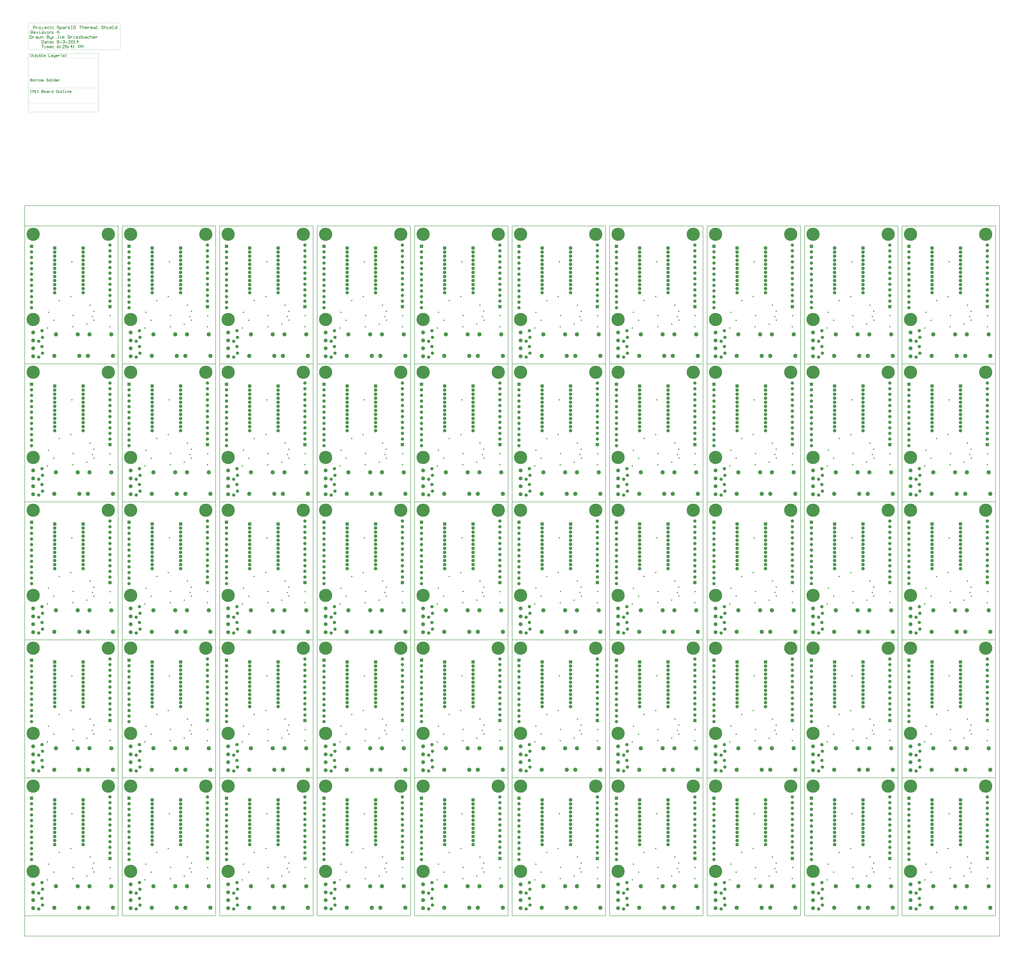
<source format=gbs>
%FSLAX25Y25*%
%MOIN*%
G70*
G01*
G75*
G04 Layer_Color=16711935*
%ADD10C,0.01200*%
G04:AMPARAMS|DCode=11|XSize=37.4mil|YSize=25.59mil|CornerRadius=6.4mil|HoleSize=0mil|Usage=FLASHONLY|Rotation=270.000|XOffset=0mil|YOffset=0mil|HoleType=Round|Shape=RoundedRectangle|*
%AMROUNDEDRECTD11*
21,1,0.03740,0.01280,0,0,270.0*
21,1,0.02461,0.02559,0,0,270.0*
1,1,0.01280,-0.00640,-0.01230*
1,1,0.01280,-0.00640,0.01230*
1,1,0.01280,0.00640,0.01230*
1,1,0.01280,0.00640,-0.01230*
%
%ADD11ROUNDEDRECTD11*%
%ADD12R,0.02559X0.03740*%
%ADD13O,0.02362X0.07480*%
%ADD14R,0.03900X0.04300*%
%ADD15C,0.04000*%
%ADD16R,0.04300X0.03900*%
%ADD17C,0.01500*%
%ADD18C,0.01000*%
%ADD19C,0.02000*%
%ADD20C,0.00394*%
%ADD21R,0.07087X0.07087*%
%ADD22C,0.07087*%
%ADD23C,0.09449*%
%ADD24R,0.07500X0.07500*%
%ADD25C,0.07500*%
%ADD26C,0.08661*%
%ADD27C,0.31496*%
%ADD28C,0.02500*%
%ADD29C,0.00787*%
%ADD30C,0.01575*%
%ADD31C,0.00984*%
%ADD32C,0.00700*%
%ADD33C,0.00800*%
G04:AMPARAMS|DCode=34|XSize=45.4mil|YSize=33.59mil|CornerRadius=10.4mil|HoleSize=0mil|Usage=FLASHONLY|Rotation=270.000|XOffset=0mil|YOffset=0mil|HoleType=Round|Shape=RoundedRectangle|*
%AMROUNDEDRECTD34*
21,1,0.04540,0.01280,0,0,270.0*
21,1,0.02461,0.03359,0,0,270.0*
1,1,0.02080,-0.00640,-0.01230*
1,1,0.02080,-0.00640,0.01230*
1,1,0.02080,0.00640,0.01230*
1,1,0.02080,0.00640,-0.01230*
%
%ADD34ROUNDEDRECTD34*%
%ADD35R,0.03359X0.04540*%
%ADD36O,0.03162X0.08280*%
%ADD37R,0.04700X0.05100*%
%ADD38C,0.08000*%
%ADD39R,0.05100X0.04700*%
%ADD40R,0.07887X0.07887*%
%ADD41C,0.07887*%
%ADD42C,0.10249*%
%ADD43R,0.08300X0.08300*%
%ADD44C,0.08300*%
%ADD45C,0.09461*%
%ADD46C,0.32296*%
%ADD47C,0.03300*%
D10*
X14600Y2112198D02*
Y2106200D01*
X17599D01*
X18599Y2107200D01*
Y2108199D01*
X17599Y2109199D01*
X14600D01*
X17599D01*
X18599Y2110199D01*
Y2111198D01*
X17599Y2112198D01*
X14600D01*
X21598Y2106200D02*
X23597D01*
X24597Y2107200D01*
Y2109199D01*
X23597Y2110199D01*
X21598D01*
X20598Y2109199D01*
Y2107200D01*
X21598Y2106200D01*
X27596Y2111198D02*
Y2110199D01*
X26596D01*
X28596D01*
X27596D01*
Y2107200D01*
X28596Y2106200D01*
X32594Y2111198D02*
Y2110199D01*
X31594D01*
X33594D01*
X32594D01*
Y2107200D01*
X33594Y2106200D01*
X37593D02*
X39592D01*
X40592Y2107200D01*
Y2109199D01*
X39592Y2110199D01*
X37593D01*
X36593Y2109199D01*
Y2107200D01*
X37593Y2106200D01*
X42591D02*
Y2110199D01*
X43591D01*
X44590Y2109199D01*
Y2106200D01*
Y2109199D01*
X45590Y2110199D01*
X46590Y2109199D01*
Y2106200D01*
X58586Y2111198D02*
X57586Y2112198D01*
X55587D01*
X54587Y2111198D01*
Y2110199D01*
X55587Y2109199D01*
X57586D01*
X58586Y2108199D01*
Y2107200D01*
X57586Y2106200D01*
X55587D01*
X54587Y2107200D01*
X61585Y2106200D02*
X63584D01*
X64584Y2107200D01*
Y2109199D01*
X63584Y2110199D01*
X61585D01*
X60585Y2109199D01*
Y2107200D01*
X61585Y2106200D01*
X66583D02*
X68582D01*
X67583D01*
Y2112198D01*
X66583D01*
X75580D02*
Y2106200D01*
X72581D01*
X71582Y2107200D01*
Y2109199D01*
X72581Y2110199D01*
X75580D01*
X80579Y2106200D02*
X78579D01*
X77580Y2107200D01*
Y2109199D01*
X78579Y2110199D01*
X80579D01*
X81578Y2109199D01*
Y2108199D01*
X77580D01*
X83578Y2110199D02*
Y2106200D01*
Y2108199D01*
X84577Y2109199D01*
X85577Y2110199D01*
X86577D01*
X17199Y2078300D02*
X15200D01*
Y2084298D01*
X17199D01*
X20198Y2078300D02*
Y2084298D01*
X22198Y2082299D01*
X24197Y2084298D01*
Y2078300D01*
X26196D02*
X28196D01*
X27196D01*
Y2084298D01*
X26196Y2083298D01*
X31195Y2078300D02*
X33194D01*
Y2084298D01*
X31195D01*
X42191D02*
Y2078300D01*
X45190D01*
X46190Y2079300D01*
Y2080299D01*
X45190Y2081299D01*
X42191D01*
X45190D01*
X46190Y2082299D01*
Y2083298D01*
X45190Y2084298D01*
X42191D01*
X49189Y2078300D02*
X51188D01*
X52188Y2079300D01*
Y2081299D01*
X51188Y2082299D01*
X49189D01*
X48189Y2081299D01*
Y2079300D01*
X49189Y2078300D01*
X55187Y2082299D02*
X57186D01*
X58186Y2081299D01*
Y2078300D01*
X55187D01*
X54187Y2079300D01*
X55187Y2080299D01*
X58186D01*
X60185Y2082299D02*
Y2078300D01*
Y2080299D01*
X61185Y2081299D01*
X62185Y2082299D01*
X63184D01*
X70182Y2084298D02*
Y2078300D01*
X67183D01*
X66184Y2079300D01*
Y2081299D01*
X67183Y2082299D01*
X70182D01*
X81179Y2084298D02*
X79179D01*
X78180Y2083298D01*
Y2079300D01*
X79179Y2078300D01*
X81179D01*
X82178Y2079300D01*
Y2083298D01*
X81179Y2084298D01*
X84178Y2082299D02*
Y2079300D01*
X85177Y2078300D01*
X88176D01*
Y2082299D01*
X91175Y2083298D02*
Y2082299D01*
X90176D01*
X92175D01*
X91175D01*
Y2079300D01*
X92175Y2078300D01*
X95174D02*
X97174D01*
X96174D01*
Y2084298D01*
X95174D01*
X100172Y2078300D02*
X102172D01*
X101172D01*
Y2082299D01*
X100172D01*
X105171Y2078300D02*
Y2082299D01*
X108170D01*
X109170Y2081299D01*
Y2078300D01*
X114168D02*
X112169D01*
X111169Y2079300D01*
Y2081299D01*
X112169Y2082299D01*
X114168D01*
X115168Y2081299D01*
Y2080299D01*
X111169D01*
X14600Y2172878D02*
Y2168879D01*
X16599Y2166879D01*
X18599Y2168879D01*
Y2172878D01*
X20598Y2166879D02*
X22597D01*
X21598D01*
Y2170878D01*
X20598D01*
X25596Y2166879D02*
X28596D01*
X29595Y2167879D01*
X28596Y2168879D01*
X26596D01*
X25596Y2169879D01*
X26596Y2170878D01*
X29595D01*
X31594Y2166879D02*
X33594D01*
X32594D01*
Y2170878D01*
X31594D01*
X36593Y2172878D02*
Y2166879D01*
X39592D01*
X40592Y2167879D01*
Y2168879D01*
Y2169879D01*
X39592Y2170878D01*
X36593D01*
X42591Y2166879D02*
X44590D01*
X43591D01*
Y2172878D01*
X42591D01*
X50588Y2166879D02*
X48589D01*
X47589Y2167879D01*
Y2169879D01*
X48589Y2170878D01*
X50588D01*
X51588Y2169879D01*
Y2168879D01*
X47589D01*
X59585Y2172878D02*
Y2166879D01*
X63584D01*
X66583Y2170878D02*
X68582D01*
X69582Y2169879D01*
Y2166879D01*
X66583D01*
X65583Y2167879D01*
X66583Y2168879D01*
X69582D01*
X71582Y2170878D02*
Y2167879D01*
X72581Y2166879D01*
X75580D01*
Y2165880D01*
X74581Y2164880D01*
X73581D01*
X75580Y2166879D02*
Y2170878D01*
X80579Y2166879D02*
X78579D01*
X77580Y2167879D01*
Y2169879D01*
X78579Y2170878D01*
X80579D01*
X81578Y2169879D01*
Y2168879D01*
X77580D01*
X83578Y2170878D02*
Y2166879D01*
Y2168879D01*
X84577Y2169879D01*
X85577Y2170878D01*
X86577D01*
X91575Y2166879D02*
X89576Y2168879D01*
Y2170878D01*
X91575Y2172878D01*
X94574Y2166879D02*
X97573D01*
X98573Y2167879D01*
X97573Y2168879D01*
X95574D01*
X94574Y2169879D01*
X95574Y2170878D01*
X98573D01*
X100572Y2166879D02*
X102571Y2168879D01*
Y2170878D01*
X100572Y2172878D01*
X21364Y2235431D02*
Y2242428D01*
X24863D01*
X26029Y2241262D01*
Y2238930D01*
X24863Y2237763D01*
X21364D01*
X28362Y2240096D02*
Y2235431D01*
Y2237763D01*
X29528Y2238930D01*
X30694Y2240096D01*
X31861D01*
X36526Y2235431D02*
X38858D01*
X40025Y2236597D01*
Y2238930D01*
X38858Y2240096D01*
X36526D01*
X35359Y2238930D01*
Y2236597D01*
X36526Y2235431D01*
X42357Y2233098D02*
X43523D01*
X44690Y2234264D01*
Y2240096D01*
X52854Y2235431D02*
X50521D01*
X49355Y2236597D01*
Y2238930D01*
X50521Y2240096D01*
X52854D01*
X54020Y2238930D01*
Y2237763D01*
X49355D01*
X61018Y2240096D02*
X57519D01*
X56353Y2238930D01*
Y2236597D01*
X57519Y2235431D01*
X61018D01*
X64517Y2241262D02*
Y2240096D01*
X63350D01*
X65683D01*
X64517D01*
Y2236597D01*
X65683Y2235431D01*
X69182Y2240096D02*
X70348D01*
Y2238930D01*
X69182D01*
Y2240096D01*
Y2236597D02*
X70348D01*
Y2235431D01*
X69182D01*
Y2236597D01*
X15532Y2223620D02*
Y2230617D01*
X19031D01*
X20198Y2229451D01*
Y2227118D01*
X19031Y2225952D01*
X15532D01*
X17865D02*
X20198Y2223620D01*
X26029D02*
X23697D01*
X22530Y2224786D01*
Y2227118D01*
X23697Y2228285D01*
X26029D01*
X27195Y2227118D01*
Y2225952D01*
X22530D01*
X29528Y2228285D02*
X31861Y2223620D01*
X34193Y2228285D01*
X36526Y2223620D02*
X38858D01*
X37692D01*
Y2228285D01*
X36526D01*
X42357Y2223620D02*
X45856D01*
X47022Y2224786D01*
X45856Y2225952D01*
X43523D01*
X42357Y2227118D01*
X43523Y2228285D01*
X47022D01*
X49355Y2223620D02*
X51688D01*
X50521D01*
Y2228285D01*
X49355D01*
X56353Y2223620D02*
X58685D01*
X59851Y2224786D01*
Y2227118D01*
X58685Y2228285D01*
X56353D01*
X55186Y2227118D01*
Y2224786D01*
X56353Y2223620D01*
X62184D02*
Y2228285D01*
X65683D01*
X66849Y2227118D01*
Y2223620D01*
X69182Y2228285D02*
X70348D01*
Y2227118D01*
X69182D01*
Y2228285D01*
Y2224786D02*
X70348D01*
Y2223620D01*
X69182D01*
Y2224786D01*
X13200Y2218806D02*
Y2211809D01*
X16699D01*
X17865Y2212975D01*
Y2217640D01*
X16699Y2218806D01*
X13200D01*
X20198Y2216474D02*
Y2211809D01*
Y2214141D01*
X21364Y2215307D01*
X22530Y2216474D01*
X23697D01*
X28362D02*
X30694D01*
X31861Y2215307D01*
Y2211809D01*
X28362D01*
X27195Y2212975D01*
X28362Y2214141D01*
X31861D01*
X34193Y2216474D02*
Y2212975D01*
X35359Y2211809D01*
X36526Y2212975D01*
X37692Y2211809D01*
X38858Y2212975D01*
Y2216474D01*
X41191Y2211809D02*
Y2216474D01*
X44690D01*
X45856Y2215307D01*
Y2211809D01*
X55186Y2218806D02*
Y2211809D01*
X58685D01*
X59851Y2212975D01*
Y2214141D01*
X58685Y2215307D01*
X55186D01*
X58685D01*
X59851Y2216474D01*
Y2217640D01*
X58685Y2218806D01*
X55186D01*
X62184Y2216474D02*
Y2212975D01*
X63350Y2211809D01*
X66849D01*
Y2210642D01*
X65683Y2209476D01*
X64517D01*
X66849Y2211809D02*
Y2216474D01*
X69182D02*
X70348D01*
Y2215307D01*
X69182D01*
Y2216474D01*
Y2212975D02*
X70348D01*
Y2211809D01*
X69182D01*
Y2212975D01*
X42357Y2206995D02*
Y2199998D01*
X45856D01*
X47022Y2201164D01*
Y2205829D01*
X45856Y2206995D01*
X42357D01*
X50521Y2204663D02*
X52854D01*
X54020Y2203497D01*
Y2199998D01*
X50521D01*
X49355Y2201164D01*
X50521Y2202330D01*
X54020D01*
X57519Y2205829D02*
Y2204663D01*
X56353D01*
X58685D01*
X57519D01*
Y2201164D01*
X58685Y2199998D01*
X65683D02*
X63350D01*
X62184Y2201164D01*
Y2203497D01*
X63350Y2204663D01*
X65683D01*
X66849Y2203497D01*
Y2202330D01*
X62184D01*
X69182Y2204663D02*
X70348D01*
Y2203497D01*
X69182D01*
Y2204663D01*
Y2201164D02*
X70348D01*
Y2199998D01*
X69182D01*
Y2201164D01*
X42357Y2195184D02*
X47022D01*
X44690D01*
Y2188187D01*
X49355D02*
X51688D01*
X50521D01*
Y2192852D01*
X49355D01*
X55186Y2188187D02*
Y2192852D01*
X56353D01*
X57519Y2191685D01*
Y2188187D01*
Y2191685D01*
X58685Y2192852D01*
X59851Y2191685D01*
Y2188187D01*
X65683D02*
X63350D01*
X62184Y2189353D01*
Y2191685D01*
X63350Y2192852D01*
X65683D01*
X66849Y2191685D01*
Y2190519D01*
X62184D01*
X69182Y2192852D02*
X70348D01*
Y2191685D01*
X69182D01*
Y2192852D01*
Y2189353D02*
X70348D01*
Y2188187D01*
X69182D01*
Y2189353D01*
X84794Y2241262D02*
X83628Y2242428D01*
X81295D01*
X80129Y2241262D01*
Y2240096D01*
X81295Y2238930D01*
X83628D01*
X84794Y2237763D01*
Y2236597D01*
X83628Y2235431D01*
X81295D01*
X80129Y2236597D01*
X87127Y2233098D02*
Y2240096D01*
X90626D01*
X91792Y2238930D01*
Y2236597D01*
X90626Y2235431D01*
X87127D01*
X95291Y2240096D02*
X97623D01*
X98790Y2238930D01*
Y2235431D01*
X95291D01*
X94125Y2236597D01*
X95291Y2237763D01*
X98790D01*
X101122Y2240096D02*
Y2235431D01*
Y2237763D01*
X102289Y2238930D01*
X103455Y2240096D01*
X104621D01*
X108120Y2235431D02*
Y2242428D01*
Y2237763D02*
X111619Y2240096D01*
X108120Y2237763D02*
X111619Y2235431D01*
X115118Y2242428D02*
X117450D01*
X116284D01*
Y2235431D01*
X115118D01*
X117450D01*
X124448Y2242428D02*
X122116D01*
X120949Y2241262D01*
Y2236597D01*
X122116Y2235431D01*
X124448D01*
X125614Y2236597D01*
Y2241262D01*
X124448Y2242428D01*
X134945D02*
X139610D01*
X137277D01*
Y2235431D01*
X141943Y2242428D02*
Y2235431D01*
Y2238930D01*
X143109Y2240096D01*
X145441D01*
X146608Y2238930D01*
Y2235431D01*
X152439D02*
X150107D01*
X148940Y2236597D01*
Y2238930D01*
X150107Y2240096D01*
X152439D01*
X153605Y2238930D01*
Y2237763D01*
X148940D01*
X155938Y2240096D02*
Y2235431D01*
Y2237763D01*
X157104Y2238930D01*
X158271Y2240096D01*
X159437D01*
X162936Y2235431D02*
Y2240096D01*
X164102D01*
X165268Y2238930D01*
Y2235431D01*
Y2238930D01*
X166435Y2240096D01*
X167601Y2238930D01*
Y2235431D01*
X171100Y2240096D02*
X173432D01*
X174599Y2238930D01*
Y2235431D01*
X171100D01*
X169933Y2236597D01*
X171100Y2237763D01*
X174599D01*
X176931Y2235431D02*
X179264D01*
X178097D01*
Y2242428D01*
X176931D01*
X194425Y2241262D02*
X193259Y2242428D01*
X190927D01*
X189760Y2241262D01*
Y2240096D01*
X190927Y2238930D01*
X193259D01*
X194425Y2237763D01*
Y2236597D01*
X193259Y2235431D01*
X190927D01*
X189760Y2236597D01*
X196758Y2242428D02*
Y2235431D01*
Y2238930D01*
X197924Y2240096D01*
X200257D01*
X201423Y2238930D01*
Y2235431D01*
X203756D02*
X206088D01*
X204922D01*
Y2240096D01*
X203756D01*
X213086Y2235431D02*
X210754D01*
X209587Y2236597D01*
Y2238930D01*
X210754Y2240096D01*
X213086D01*
X214252Y2238930D01*
Y2237763D01*
X209587D01*
X216585Y2235431D02*
X218918D01*
X217751D01*
Y2242428D01*
X216585D01*
X227082D02*
Y2235431D01*
X223583D01*
X222416Y2236597D01*
Y2238930D01*
X223583Y2240096D01*
X227082D01*
X80129Y2223620D02*
Y2228285D01*
X82462Y2230617D01*
X84794Y2228285D01*
Y2223620D01*
Y2227118D01*
X80129D01*
X84794Y2218806D02*
X82462D01*
X83628D01*
Y2212975D01*
X82462Y2211809D01*
X81295D01*
X80129Y2212975D01*
X87127Y2211809D02*
X89459D01*
X88293D01*
Y2216474D01*
X87127D01*
X92958Y2211809D02*
Y2216474D01*
X94125D01*
X95291Y2215307D01*
Y2211809D01*
Y2215307D01*
X96457Y2216474D01*
X97623Y2215307D01*
Y2211809D01*
X111619Y2217640D02*
X110453Y2218806D01*
X108120D01*
X106954Y2217640D01*
Y2212975D01*
X108120Y2211809D01*
X110453D01*
X111619Y2212975D01*
Y2215307D01*
X109286D01*
X113952Y2216474D02*
Y2211809D01*
Y2214141D01*
X115118Y2215307D01*
X116284Y2216474D01*
X117450D01*
X120949Y2211809D02*
X123282D01*
X122116D01*
Y2216474D01*
X120949D01*
X126781Y2211809D02*
X130280D01*
X131446Y2212975D01*
X130280Y2214141D01*
X127947D01*
X126781Y2215307D01*
X127947Y2216474D01*
X131446D01*
X133778D02*
X138444D01*
X133778Y2211809D01*
X138444D01*
X140776Y2218806D02*
Y2211809D01*
X144275D01*
X145441Y2212975D01*
Y2214141D01*
Y2215307D01*
X144275Y2216474D01*
X140776D01*
X148940D02*
X151273D01*
X152439Y2215307D01*
Y2211809D01*
X148940D01*
X147774Y2212975D01*
X148940Y2214141D01*
X152439D01*
X159437Y2216474D02*
X155938D01*
X154772Y2215307D01*
Y2212975D01*
X155938Y2211809D01*
X159437D01*
X161769Y2218806D02*
Y2211809D01*
Y2215307D01*
X162936Y2216474D01*
X165268D01*
X166435Y2215307D01*
Y2211809D01*
X172266D02*
X169933D01*
X168767Y2212975D01*
Y2215307D01*
X169933Y2216474D01*
X172266D01*
X173432Y2215307D01*
Y2214141D01*
X168767D01*
X175765Y2216474D02*
Y2211809D01*
Y2214141D01*
X176931Y2215307D01*
X178097Y2216474D01*
X179264D01*
X84794Y2195184D02*
X82462Y2194018D01*
X80129Y2191685D01*
Y2189353D01*
X81295Y2188187D01*
X83628D01*
X84794Y2189353D01*
Y2190519D01*
X83628Y2191685D01*
X80129D01*
X87127Y2192852D02*
X88293D01*
Y2191685D01*
X87127D01*
Y2192852D01*
Y2189353D02*
X88293D01*
Y2188187D01*
X87127D01*
Y2189353D01*
X97623Y2188187D02*
X92958D01*
X97623Y2192852D01*
Y2194018D01*
X96457Y2195184D01*
X94125D01*
X92958Y2194018D01*
X104621Y2195184D02*
X99956D01*
Y2191685D01*
X102289Y2192852D01*
X103455D01*
X104621Y2191685D01*
Y2189353D01*
X103455Y2188187D01*
X101122D01*
X99956Y2189353D01*
X106954Y2192852D02*
X108120D01*
Y2191685D01*
X106954D01*
Y2192852D01*
Y2189353D02*
X108120D01*
Y2188187D01*
X106954D01*
Y2189353D01*
X116284Y2188187D02*
Y2195184D01*
X112785Y2191685D01*
X117450D01*
X119783Y2188187D02*
X122116D01*
X120949D01*
Y2195184D01*
X119783Y2194018D01*
X132612Y2188187D02*
Y2195184D01*
X136111D01*
X137277Y2194018D01*
Y2191685D01*
X136111Y2190519D01*
X132612D01*
X139610Y2188187D02*
Y2195184D01*
X141943Y2192852D01*
X144275Y2195184D01*
Y2188187D01*
X80129Y2205829D02*
X81295Y2206995D01*
X83628D01*
X84794Y2205829D01*
Y2204663D01*
X83628Y2203497D01*
X84794Y2202330D01*
Y2201164D01*
X83628Y2199998D01*
X81295D01*
X80129Y2201164D01*
Y2202330D01*
X81295Y2203497D01*
X80129Y2204663D01*
Y2205829D01*
X81295Y2203497D02*
X83628D01*
X87127Y2199998D02*
X91792Y2204663D01*
X94125Y2205829D02*
X95291Y2206995D01*
X97623D01*
X98790Y2205829D01*
Y2204663D01*
X97623Y2203497D01*
X96457D01*
X97623D01*
X98790Y2202330D01*
Y2201164D01*
X97623Y2199998D01*
X95291D01*
X94125Y2201164D01*
X101122Y2199998D02*
X105788Y2204663D01*
X112785Y2199998D02*
X108120D01*
X112785Y2204663D01*
Y2205829D01*
X111619Y2206995D01*
X109286D01*
X108120Y2205829D01*
X115118D02*
X116284Y2206995D01*
X118617D01*
X119783Y2205829D01*
Y2201164D01*
X118617Y2199998D01*
X116284D01*
X115118Y2201164D01*
Y2205829D01*
X122116Y2199998D02*
X124448D01*
X123282D01*
Y2206995D01*
X122116Y2205829D01*
X131446Y2199998D02*
Y2206995D01*
X127947Y2203497D01*
X132612D01*
D18*
X0Y0D02*
Y1800000D01*
Y0D02*
X2400000D01*
X0Y1800000D02*
X2400000D01*
Y0D02*
Y1800000D01*
X0Y50000D02*
X230000D01*
Y50500D02*
Y390000D01*
X0D02*
X230000D01*
X0Y50000D02*
Y390000D01*
X240000Y50000D02*
X470000D01*
Y50500D02*
Y390000D01*
X240000D02*
X470000D01*
X240000Y50000D02*
Y390000D01*
X480000Y50000D02*
X710000D01*
Y50500D02*
Y390000D01*
X480000D02*
X710000D01*
X480000Y50000D02*
Y390000D01*
X720000Y50000D02*
X950000D01*
Y50500D02*
Y390000D01*
X720000D02*
X950000D01*
X720000Y50000D02*
Y390000D01*
X960000Y50000D02*
X1190000D01*
Y50500D02*
Y390000D01*
X960000D02*
X1190000D01*
X960000Y50000D02*
Y390000D01*
X1200000Y50000D02*
X1430000D01*
Y50500D02*
Y390000D01*
X1200000D02*
X1430000D01*
X1200000Y50000D02*
Y390000D01*
X1440000Y50000D02*
X1670000D01*
Y50500D02*
Y390000D01*
X1440000D02*
X1670000D01*
X1440000Y50000D02*
Y390000D01*
X1680000Y50000D02*
X1910000D01*
Y50500D02*
Y390000D01*
X1680000D02*
X1910000D01*
X1680000Y50000D02*
Y390000D01*
X1920000Y50000D02*
X2150000D01*
Y50500D02*
Y390000D01*
X1920000D02*
X2150000D01*
X1920000Y50000D02*
Y390000D01*
X2160000Y50000D02*
X2390000D01*
Y50500D02*
Y390000D01*
X2160000D02*
X2390000D01*
X2160000Y50000D02*
Y390000D01*
X0D02*
X230000D01*
Y390500D02*
Y730000D01*
X0D02*
X230000D01*
X0Y390000D02*
Y730000D01*
X240000Y390000D02*
X470000D01*
Y390500D02*
Y730000D01*
X240000D02*
X470000D01*
X240000Y390000D02*
Y730000D01*
X480000Y390000D02*
X710000D01*
Y390500D02*
Y730000D01*
X480000D02*
X710000D01*
X480000Y390000D02*
Y730000D01*
X720000Y390000D02*
X950000D01*
Y390500D02*
Y730000D01*
X720000D02*
X950000D01*
X720000Y390000D02*
Y730000D01*
X960000Y390000D02*
X1190000D01*
Y390500D02*
Y730000D01*
X960000D02*
X1190000D01*
X960000Y390000D02*
Y730000D01*
X1200000Y390000D02*
X1430000D01*
Y390500D02*
Y730000D01*
X1200000D02*
X1430000D01*
X1200000Y390000D02*
Y730000D01*
X1440000Y390000D02*
X1670000D01*
Y390500D02*
Y730000D01*
X1440000D02*
X1670000D01*
X1440000Y390000D02*
Y730000D01*
X1680000Y390000D02*
X1910000D01*
Y390500D02*
Y730000D01*
X1680000D02*
X1910000D01*
X1680000Y390000D02*
Y730000D01*
X1920000Y390000D02*
X2150000D01*
Y390500D02*
Y730000D01*
X1920000D02*
X2150000D01*
X1920000Y390000D02*
Y730000D01*
X2160000Y390000D02*
X2390000D01*
Y390500D02*
Y730000D01*
X2160000D02*
X2390000D01*
X2160000Y390000D02*
Y730000D01*
X0D02*
X230000D01*
Y730500D02*
Y1070000D01*
X0D02*
X230000D01*
X0Y730000D02*
Y1070000D01*
X240000Y730000D02*
X470000D01*
Y730500D02*
Y1070000D01*
X240000D02*
X470000D01*
X240000Y730000D02*
Y1070000D01*
X480000Y730000D02*
X710000D01*
Y730500D02*
Y1070000D01*
X480000D02*
X710000D01*
X480000Y730000D02*
Y1070000D01*
X720000Y730000D02*
X950000D01*
Y730500D02*
Y1070000D01*
X720000D02*
X950000D01*
X720000Y730000D02*
Y1070000D01*
X960000Y730000D02*
X1190000D01*
Y730500D02*
Y1070000D01*
X960000D02*
X1190000D01*
X960000Y730000D02*
Y1070000D01*
X1200000Y730000D02*
X1430000D01*
Y730500D02*
Y1070000D01*
X1200000D02*
X1430000D01*
X1200000Y730000D02*
Y1070000D01*
X1440000Y730000D02*
X1670000D01*
Y730500D02*
Y1070000D01*
X1440000D02*
X1670000D01*
X1440000Y730000D02*
Y1070000D01*
X1680000Y730000D02*
X1910000D01*
Y730500D02*
Y1070000D01*
X1680000D02*
X1910000D01*
X1680000Y730000D02*
Y1070000D01*
X1920000Y730000D02*
X2150000D01*
Y730500D02*
Y1070000D01*
X1920000D02*
X2150000D01*
X1920000Y730000D02*
Y1070000D01*
X2160000Y730000D02*
X2390000D01*
Y730500D02*
Y1070000D01*
X2160000D02*
X2390000D01*
X2160000Y730000D02*
Y1070000D01*
X0D02*
X230000D01*
Y1070500D02*
Y1410000D01*
X0D02*
X230000D01*
X0Y1070000D02*
Y1410000D01*
X240000Y1070000D02*
X470000D01*
Y1070500D02*
Y1410000D01*
X240000D02*
X470000D01*
X240000Y1070000D02*
Y1410000D01*
X480000Y1070000D02*
X710000D01*
Y1070500D02*
Y1410000D01*
X480000D02*
X710000D01*
X480000Y1070000D02*
Y1410000D01*
X720000Y1070000D02*
X950000D01*
Y1070500D02*
Y1410000D01*
X720000D02*
X950000D01*
X720000Y1070000D02*
Y1410000D01*
X960000Y1070000D02*
X1190000D01*
Y1070500D02*
Y1410000D01*
X960000D02*
X1190000D01*
X960000Y1070000D02*
Y1410000D01*
X1200000Y1070000D02*
X1430000D01*
Y1070500D02*
Y1410000D01*
X1200000D02*
X1430000D01*
X1200000Y1070000D02*
Y1410000D01*
X1440000Y1070000D02*
X1670000D01*
Y1070500D02*
Y1410000D01*
X1440000D02*
X1670000D01*
X1440000Y1070000D02*
Y1410000D01*
X1680000Y1070000D02*
X1910000D01*
Y1070500D02*
Y1410000D01*
X1680000D02*
X1910000D01*
X1680000Y1070000D02*
Y1410000D01*
X1920000Y1070000D02*
X2150000D01*
Y1070500D02*
Y1410000D01*
X1920000D02*
X2150000D01*
X1920000Y1070000D02*
Y1410000D01*
X2160000Y1070000D02*
X2390000D01*
Y1070500D02*
Y1410000D01*
X2160000D02*
X2390000D01*
X2160000Y1070000D02*
Y1410000D01*
X0D02*
X230000D01*
Y1410500D02*
Y1750000D01*
X0D02*
X230000D01*
X0Y1410000D02*
Y1750000D01*
X240000Y1410000D02*
X470000D01*
Y1410500D02*
Y1750000D01*
X240000D02*
X470000D01*
X240000Y1410000D02*
Y1750000D01*
X480000Y1410000D02*
X710000D01*
Y1410500D02*
Y1750000D01*
X480000D02*
X710000D01*
X480000Y1410000D02*
Y1750000D01*
X720000Y1410000D02*
X950000D01*
Y1410500D02*
Y1750000D01*
X720000D02*
X950000D01*
X720000Y1410000D02*
Y1750000D01*
X960000Y1410000D02*
X1190000D01*
Y1410500D02*
Y1750000D01*
X960000D02*
X1190000D01*
X960000Y1410000D02*
Y1750000D01*
X1200000Y1410000D02*
X1430000D01*
Y1410500D02*
Y1750000D01*
X1200000D02*
X1430000D01*
X1200000Y1410000D02*
Y1750000D01*
X1440000Y1410000D02*
X1670000D01*
Y1410500D02*
Y1750000D01*
X1440000D02*
X1670000D01*
X1440000Y1410000D02*
Y1750000D01*
X1680000Y1410000D02*
X1910000D01*
Y1410500D02*
Y1750000D01*
X1680000D02*
X1910000D01*
X1680000Y1410000D02*
Y1750000D01*
X1920000Y1410000D02*
X2150000D01*
Y1410500D02*
Y1750000D01*
X1920000D02*
X2150000D01*
X1920000Y1410000D02*
Y1750000D01*
X2160000Y1410000D02*
X2390000D01*
Y1410500D02*
Y1750000D01*
X2160000D02*
X2390000D01*
X2160000Y1410000D02*
Y1750000D01*
D20*
X9063Y2052377D02*
X11032D01*
X13000D02*
X14968D01*
X16937D02*
X18905D01*
X20874D02*
X22842D01*
X24811D02*
X26779D01*
X28748D02*
X30716D01*
X32685D02*
X34653D01*
X36622D02*
X38591D01*
X40559D02*
X42528D01*
X44496D02*
X46465D01*
X48433D02*
X50402D01*
X52370D02*
X54339D01*
X56307D02*
X58276D01*
X60244D02*
X62213D01*
X64181D02*
X66150D01*
X68118D02*
X70087D01*
X72055D02*
X74024D01*
X75992D02*
X77961D01*
X79929D02*
X81898D01*
X83866D02*
X85835D01*
X87803D02*
X89772D01*
X91740D02*
X93709D01*
X95677D02*
X97646D01*
X99614D02*
X101583D01*
X103551D02*
X105520D01*
X107488D02*
X109457D01*
X111425D02*
X113394D01*
X115362D02*
X117331D01*
X119299D02*
X121268D01*
X123236D02*
X125205D01*
X127173D02*
X129142D01*
X131110D02*
X133079D01*
X135047D02*
X137016D01*
X138984D02*
X140953D01*
X142921D02*
X144890D01*
X146858D02*
X148827D01*
X150795D02*
X152764D01*
X154732D02*
X156701D01*
X158669D02*
X160638D01*
X162606D02*
X164575D01*
X166543D02*
X168512D01*
X170480D02*
X172449D01*
X174417D02*
X176386D01*
X178354D02*
X180323D01*
X9363Y2089817D02*
X11332D01*
X13300D02*
X15269D01*
X17237D02*
X19206D01*
X21174D02*
X23143D01*
X25111D02*
X27079D01*
X29048D02*
X31016D01*
X32985D02*
X34953D01*
X36922D02*
X38891D01*
X40859D02*
X42828D01*
X44796D02*
X46765D01*
X48733D02*
X50702D01*
X52670D02*
X54639D01*
X56607D02*
X58576D01*
X60544D02*
X62513D01*
X64481D02*
X66450D01*
X68418D02*
X70387D01*
X72355D02*
X74324D01*
X76292D02*
X78261D01*
X80229D02*
X82198D01*
X84166D02*
X86135D01*
X88103D02*
X90072D01*
X92040D02*
X94009D01*
X95977D02*
X97946D01*
X99914D02*
X101883D01*
X103851D02*
X105820D01*
X107788D02*
X109757D01*
X111725D02*
X113694D01*
X115662D02*
X117631D01*
X119599D02*
X121568D01*
X123536D02*
X125505D01*
X127473D02*
X129442D01*
X131410D02*
X133379D01*
X135347D02*
X137316D01*
X139284D02*
X141253D01*
X143221D02*
X145190D01*
X147158D02*
X149127D01*
X151095D02*
X153064D01*
X155032D02*
X157001D01*
X158969D02*
X160938D01*
X162906D02*
X164875D01*
X166843D02*
X168812D01*
X170780D02*
X172749D01*
X174717D02*
X176686D01*
X178654D02*
X180623D01*
X178054Y2163927D02*
X180023D01*
X174117D02*
X176086D01*
X170180D02*
X172149D01*
X166243D02*
X168212D01*
X162306D02*
X164275D01*
X158369D02*
X160338D01*
X154432D02*
X156401D01*
X150495D02*
X152464D01*
X146558D02*
X148527D01*
X142621D02*
X144590D01*
X138684D02*
X140653D01*
X134747D02*
X136716D01*
X130810D02*
X132779D01*
X126873D02*
X128842D01*
X122936D02*
X124905D01*
X118999D02*
X120968D01*
X115062D02*
X117031D01*
X111125D02*
X113094D01*
X107188D02*
X109157D01*
X103251D02*
X105220D01*
X99314D02*
X101283D01*
X95377D02*
X97346D01*
X91440D02*
X93409D01*
X87503D02*
X89472D01*
X83566D02*
X85535D01*
X79629D02*
X81598D01*
X75692D02*
X77661D01*
X71755D02*
X73724D01*
X67818D02*
X69787D01*
X63881D02*
X65850D01*
X59944D02*
X61913D01*
X56007D02*
X57976D01*
X52070D02*
X54039D01*
X48133D02*
X50102D01*
X44196D02*
X46165D01*
X40259D02*
X42228D01*
X36322D02*
X38291D01*
X32385D02*
X34354D01*
X28448D02*
X30417D01*
X24511D02*
X26480D01*
X20574D02*
X22543D01*
X16637D02*
X18606D01*
X12700D02*
X14669D01*
X8763D02*
X10731D01*
X181991Y2030500D02*
Y2162943D01*
X8763Y2030500D02*
X181991D01*
X8763D02*
Y2162943D01*
Y2174754D01*
X181991D01*
Y2162943D02*
Y2174754D01*
X9263Y2184249D02*
Y2250200D01*
Y2184249D02*
X235400D01*
Y2250200D01*
X9263D02*
X235400D01*
D40*
X17000Y339670D02*
D03*
X210000Y190930D02*
D03*
X257000Y339670D02*
D03*
X450000Y190930D02*
D03*
X497000Y339670D02*
D03*
X690000Y190930D02*
D03*
X737000Y339670D02*
D03*
X930000Y190930D02*
D03*
X977000Y339670D02*
D03*
X1170000Y190930D02*
D03*
X1217000Y339670D02*
D03*
X1410000Y190930D02*
D03*
X1457000Y339670D02*
D03*
X1650000Y190930D02*
D03*
X1697000Y339670D02*
D03*
X1890000Y190930D02*
D03*
X1937000Y339670D02*
D03*
X2130000Y190930D02*
D03*
X2177000Y339670D02*
D03*
X2370000Y190930D02*
D03*
X17000Y679670D02*
D03*
X210000Y530930D02*
D03*
X257000Y679670D02*
D03*
X450000Y530930D02*
D03*
X497000Y679670D02*
D03*
X690000Y530930D02*
D03*
X737000Y679670D02*
D03*
X930000Y530930D02*
D03*
X977000Y679670D02*
D03*
X1170000Y530930D02*
D03*
X1217000Y679670D02*
D03*
X1410000Y530930D02*
D03*
X1457000Y679670D02*
D03*
X1650000Y530930D02*
D03*
X1697000Y679670D02*
D03*
X1890000Y530930D02*
D03*
X1937000Y679670D02*
D03*
X2130000Y530930D02*
D03*
X2177000Y679670D02*
D03*
X2370000Y530930D02*
D03*
X17000Y1019670D02*
D03*
X210000Y870930D02*
D03*
X257000Y1019670D02*
D03*
X450000Y870930D02*
D03*
X497000Y1019670D02*
D03*
X690000Y870930D02*
D03*
X737000Y1019670D02*
D03*
X930000Y870930D02*
D03*
X977000Y1019670D02*
D03*
X1170000Y870930D02*
D03*
X1217000Y1019670D02*
D03*
X1410000Y870930D02*
D03*
X1457000Y1019670D02*
D03*
X1650000Y870930D02*
D03*
X1697000Y1019670D02*
D03*
X1890000Y870930D02*
D03*
X1937000Y1019670D02*
D03*
X2130000Y870930D02*
D03*
X2177000Y1019670D02*
D03*
X2370000Y870930D02*
D03*
X17000Y1359670D02*
D03*
X210000Y1210930D02*
D03*
X257000Y1359670D02*
D03*
X450000Y1210930D02*
D03*
X497000Y1359670D02*
D03*
X690000Y1210930D02*
D03*
X737000Y1359670D02*
D03*
X930000Y1210930D02*
D03*
X977000Y1359670D02*
D03*
X1170000Y1210930D02*
D03*
X1217000Y1359670D02*
D03*
X1410000Y1210930D02*
D03*
X1457000Y1359670D02*
D03*
X1650000Y1210930D02*
D03*
X1697000Y1359670D02*
D03*
X1890000Y1210930D02*
D03*
X1937000Y1359670D02*
D03*
X2130000Y1210930D02*
D03*
X2177000Y1359670D02*
D03*
X2370000Y1210930D02*
D03*
X17000Y1699670D02*
D03*
X210000Y1550930D02*
D03*
X257000Y1699670D02*
D03*
X450000Y1550930D02*
D03*
X497000Y1699670D02*
D03*
X690000Y1550930D02*
D03*
X737000Y1699670D02*
D03*
X930000Y1550930D02*
D03*
X977000Y1699670D02*
D03*
X1170000Y1550930D02*
D03*
X1217000Y1699670D02*
D03*
X1410000Y1550930D02*
D03*
X1457000Y1699670D02*
D03*
X1650000Y1550930D02*
D03*
X1697000Y1699670D02*
D03*
X1890000Y1550930D02*
D03*
X1937000Y1699670D02*
D03*
X2130000Y1550930D02*
D03*
X2177000Y1699670D02*
D03*
X2370000Y1550930D02*
D03*
D41*
X17000Y325890D02*
D03*
Y312111D02*
D03*
Y298331D02*
D03*
Y284552D02*
D03*
Y270772D02*
D03*
Y256993D02*
D03*
Y243213D02*
D03*
Y229434D02*
D03*
Y215654D02*
D03*
Y201875D02*
D03*
Y188095D02*
D03*
X34945Y105457D02*
D03*
X42819Y131442D02*
D03*
X44000Y115300D02*
D03*
X34945Y66457D02*
D03*
X42819Y92442D02*
D03*
X44000Y76300D02*
D03*
X210000Y204709D02*
D03*
Y218489D02*
D03*
Y232269D02*
D03*
Y246048D02*
D03*
Y259828D02*
D03*
Y273607D02*
D03*
Y287387D02*
D03*
Y301166D02*
D03*
Y314946D02*
D03*
Y328725D02*
D03*
Y342505D02*
D03*
X257000Y325890D02*
D03*
Y312111D02*
D03*
Y298331D02*
D03*
Y284552D02*
D03*
Y270772D02*
D03*
Y256993D02*
D03*
Y243213D02*
D03*
Y229434D02*
D03*
Y215654D02*
D03*
Y201875D02*
D03*
Y188095D02*
D03*
X274945Y105457D02*
D03*
X282819Y131442D02*
D03*
X284000Y115300D02*
D03*
X274945Y66457D02*
D03*
X282819Y92442D02*
D03*
X284000Y76300D02*
D03*
X450000Y204709D02*
D03*
Y218489D02*
D03*
Y232269D02*
D03*
Y246048D02*
D03*
Y259828D02*
D03*
Y273607D02*
D03*
Y287387D02*
D03*
Y301166D02*
D03*
Y314946D02*
D03*
Y328725D02*
D03*
Y342505D02*
D03*
X497000Y325890D02*
D03*
Y312111D02*
D03*
Y298331D02*
D03*
Y284552D02*
D03*
Y270772D02*
D03*
Y256993D02*
D03*
Y243213D02*
D03*
Y229434D02*
D03*
Y215654D02*
D03*
Y201875D02*
D03*
Y188095D02*
D03*
X514945Y105457D02*
D03*
X522819Y131442D02*
D03*
X524000Y115300D02*
D03*
X514945Y66457D02*
D03*
X522819Y92442D02*
D03*
X524000Y76300D02*
D03*
X690000Y204709D02*
D03*
Y218489D02*
D03*
Y232269D02*
D03*
Y246048D02*
D03*
Y259828D02*
D03*
Y273607D02*
D03*
Y287387D02*
D03*
Y301166D02*
D03*
Y314946D02*
D03*
Y328725D02*
D03*
Y342505D02*
D03*
X737000Y325890D02*
D03*
Y312111D02*
D03*
Y298331D02*
D03*
Y284552D02*
D03*
Y270772D02*
D03*
Y256993D02*
D03*
Y243213D02*
D03*
Y229434D02*
D03*
Y215654D02*
D03*
Y201875D02*
D03*
Y188095D02*
D03*
X754945Y105457D02*
D03*
X762819Y131442D02*
D03*
X764000Y115300D02*
D03*
X754945Y66457D02*
D03*
X762819Y92442D02*
D03*
X764000Y76300D02*
D03*
X930000Y204709D02*
D03*
Y218489D02*
D03*
Y232269D02*
D03*
Y246048D02*
D03*
Y259828D02*
D03*
Y273607D02*
D03*
Y287387D02*
D03*
Y301166D02*
D03*
Y314946D02*
D03*
Y328725D02*
D03*
Y342505D02*
D03*
X977000Y325890D02*
D03*
Y312111D02*
D03*
Y298331D02*
D03*
Y284552D02*
D03*
Y270772D02*
D03*
Y256993D02*
D03*
Y243213D02*
D03*
Y229434D02*
D03*
Y215654D02*
D03*
Y201875D02*
D03*
Y188095D02*
D03*
X994945Y105457D02*
D03*
X1002819Y131442D02*
D03*
X1004000Y115300D02*
D03*
X994945Y66457D02*
D03*
X1002819Y92442D02*
D03*
X1004000Y76300D02*
D03*
X1170000Y204709D02*
D03*
Y218489D02*
D03*
Y232269D02*
D03*
Y246048D02*
D03*
Y259828D02*
D03*
Y273607D02*
D03*
Y287387D02*
D03*
Y301166D02*
D03*
Y314946D02*
D03*
Y328725D02*
D03*
Y342505D02*
D03*
X1217000Y325890D02*
D03*
Y312111D02*
D03*
Y298331D02*
D03*
Y284552D02*
D03*
Y270772D02*
D03*
Y256993D02*
D03*
Y243213D02*
D03*
Y229434D02*
D03*
Y215654D02*
D03*
Y201875D02*
D03*
Y188095D02*
D03*
X1234945Y105457D02*
D03*
X1242819Y131442D02*
D03*
X1244000Y115300D02*
D03*
X1234945Y66457D02*
D03*
X1242819Y92442D02*
D03*
X1244000Y76300D02*
D03*
X1410000Y204709D02*
D03*
Y218489D02*
D03*
Y232269D02*
D03*
Y246048D02*
D03*
Y259828D02*
D03*
Y273607D02*
D03*
Y287387D02*
D03*
Y301166D02*
D03*
Y314946D02*
D03*
Y328725D02*
D03*
Y342505D02*
D03*
X1457000Y325890D02*
D03*
Y312111D02*
D03*
Y298331D02*
D03*
Y284552D02*
D03*
Y270772D02*
D03*
Y256993D02*
D03*
Y243213D02*
D03*
Y229434D02*
D03*
Y215654D02*
D03*
Y201875D02*
D03*
Y188095D02*
D03*
X1474945Y105457D02*
D03*
X1482819Y131442D02*
D03*
X1484000Y115300D02*
D03*
X1474945Y66457D02*
D03*
X1482819Y92442D02*
D03*
X1484000Y76300D02*
D03*
X1650000Y204709D02*
D03*
Y218489D02*
D03*
Y232269D02*
D03*
Y246048D02*
D03*
Y259828D02*
D03*
Y273607D02*
D03*
Y287387D02*
D03*
Y301166D02*
D03*
Y314946D02*
D03*
Y328725D02*
D03*
Y342505D02*
D03*
X1697000Y325890D02*
D03*
Y312111D02*
D03*
Y298331D02*
D03*
Y284552D02*
D03*
Y270772D02*
D03*
Y256993D02*
D03*
Y243213D02*
D03*
Y229434D02*
D03*
Y215654D02*
D03*
Y201875D02*
D03*
Y188095D02*
D03*
X1714945Y105457D02*
D03*
X1722819Y131442D02*
D03*
X1724000Y115300D02*
D03*
X1714945Y66457D02*
D03*
X1722819Y92442D02*
D03*
X1724000Y76300D02*
D03*
X1890000Y204709D02*
D03*
Y218489D02*
D03*
Y232269D02*
D03*
Y246048D02*
D03*
Y259828D02*
D03*
Y273607D02*
D03*
Y287387D02*
D03*
Y301166D02*
D03*
Y314946D02*
D03*
Y328725D02*
D03*
Y342505D02*
D03*
X1937000Y325890D02*
D03*
Y312111D02*
D03*
Y298331D02*
D03*
Y284552D02*
D03*
Y270772D02*
D03*
Y256993D02*
D03*
Y243213D02*
D03*
Y229434D02*
D03*
Y215654D02*
D03*
Y201875D02*
D03*
Y188095D02*
D03*
X1954945Y105457D02*
D03*
X1962819Y131442D02*
D03*
X1964000Y115300D02*
D03*
X1954945Y66457D02*
D03*
X1962819Y92442D02*
D03*
X1964000Y76300D02*
D03*
X2130000Y204709D02*
D03*
Y218489D02*
D03*
Y232269D02*
D03*
Y246048D02*
D03*
Y259828D02*
D03*
Y273607D02*
D03*
Y287387D02*
D03*
Y301166D02*
D03*
Y314946D02*
D03*
Y328725D02*
D03*
Y342505D02*
D03*
X2177000Y325890D02*
D03*
Y312111D02*
D03*
Y298331D02*
D03*
Y284552D02*
D03*
Y270772D02*
D03*
Y256993D02*
D03*
Y243213D02*
D03*
Y229434D02*
D03*
Y215654D02*
D03*
Y201875D02*
D03*
Y188095D02*
D03*
X2194945Y105457D02*
D03*
X2202819Y131442D02*
D03*
X2204000Y115300D02*
D03*
X2194945Y66457D02*
D03*
X2202819Y92442D02*
D03*
X2204000Y76300D02*
D03*
X2370000Y204709D02*
D03*
Y218489D02*
D03*
Y232269D02*
D03*
Y246048D02*
D03*
Y259828D02*
D03*
Y273607D02*
D03*
Y287387D02*
D03*
Y301166D02*
D03*
Y314946D02*
D03*
Y328725D02*
D03*
Y342505D02*
D03*
X17000Y665891D02*
D03*
Y652111D02*
D03*
Y638332D02*
D03*
Y624552D02*
D03*
Y610772D02*
D03*
Y596993D02*
D03*
Y583213D02*
D03*
Y569434D02*
D03*
Y555654D02*
D03*
Y541875D02*
D03*
Y528095D02*
D03*
X34945Y445458D02*
D03*
X42819Y471442D02*
D03*
X44000Y455300D02*
D03*
X34945Y406458D02*
D03*
X42819Y432442D02*
D03*
X44000Y416300D02*
D03*
X210000Y544709D02*
D03*
Y558489D02*
D03*
Y572268D02*
D03*
Y586048D02*
D03*
Y599828D02*
D03*
Y613607D02*
D03*
Y627387D02*
D03*
Y641166D02*
D03*
Y654946D02*
D03*
Y668725D02*
D03*
Y682505D02*
D03*
X257000Y665891D02*
D03*
Y652111D02*
D03*
Y638332D02*
D03*
Y624552D02*
D03*
Y610772D02*
D03*
Y596993D02*
D03*
Y583213D02*
D03*
Y569434D02*
D03*
Y555654D02*
D03*
Y541875D02*
D03*
Y528095D02*
D03*
X274945Y445458D02*
D03*
X282819Y471442D02*
D03*
X284000Y455300D02*
D03*
X274945Y406458D02*
D03*
X282819Y432442D02*
D03*
X284000Y416300D02*
D03*
X450000Y544709D02*
D03*
Y558489D02*
D03*
Y572268D02*
D03*
Y586048D02*
D03*
Y599828D02*
D03*
Y613607D02*
D03*
Y627387D02*
D03*
Y641166D02*
D03*
Y654946D02*
D03*
Y668725D02*
D03*
Y682505D02*
D03*
X497000Y665891D02*
D03*
Y652111D02*
D03*
Y638332D02*
D03*
Y624552D02*
D03*
Y610772D02*
D03*
Y596993D02*
D03*
Y583213D02*
D03*
Y569434D02*
D03*
Y555654D02*
D03*
Y541875D02*
D03*
Y528095D02*
D03*
X514945Y445458D02*
D03*
X522819Y471442D02*
D03*
X524000Y455300D02*
D03*
X514945Y406458D02*
D03*
X522819Y432442D02*
D03*
X524000Y416300D02*
D03*
X690000Y544709D02*
D03*
Y558489D02*
D03*
Y572268D02*
D03*
Y586048D02*
D03*
Y599828D02*
D03*
Y613607D02*
D03*
Y627387D02*
D03*
Y641166D02*
D03*
Y654946D02*
D03*
Y668725D02*
D03*
Y682505D02*
D03*
X737000Y665891D02*
D03*
Y652111D02*
D03*
Y638332D02*
D03*
Y624552D02*
D03*
Y610772D02*
D03*
Y596993D02*
D03*
Y583213D02*
D03*
Y569434D02*
D03*
Y555654D02*
D03*
Y541875D02*
D03*
Y528095D02*
D03*
X754945Y445458D02*
D03*
X762819Y471442D02*
D03*
X764000Y455300D02*
D03*
X754945Y406458D02*
D03*
X762819Y432442D02*
D03*
X764000Y416300D02*
D03*
X930000Y544709D02*
D03*
Y558489D02*
D03*
Y572268D02*
D03*
Y586048D02*
D03*
Y599828D02*
D03*
Y613607D02*
D03*
Y627387D02*
D03*
Y641166D02*
D03*
Y654946D02*
D03*
Y668725D02*
D03*
Y682505D02*
D03*
X977000Y665891D02*
D03*
Y652111D02*
D03*
Y638332D02*
D03*
Y624552D02*
D03*
Y610772D02*
D03*
Y596993D02*
D03*
Y583213D02*
D03*
Y569434D02*
D03*
Y555654D02*
D03*
Y541875D02*
D03*
Y528095D02*
D03*
X994945Y445458D02*
D03*
X1002819Y471442D02*
D03*
X1004000Y455300D02*
D03*
X994945Y406458D02*
D03*
X1002819Y432442D02*
D03*
X1004000Y416300D02*
D03*
X1170000Y544709D02*
D03*
Y558489D02*
D03*
Y572268D02*
D03*
Y586048D02*
D03*
Y599828D02*
D03*
Y613607D02*
D03*
Y627387D02*
D03*
Y641166D02*
D03*
Y654946D02*
D03*
Y668725D02*
D03*
Y682505D02*
D03*
X1217000Y665891D02*
D03*
Y652111D02*
D03*
Y638332D02*
D03*
Y624552D02*
D03*
Y610772D02*
D03*
Y596993D02*
D03*
Y583213D02*
D03*
Y569434D02*
D03*
Y555654D02*
D03*
Y541875D02*
D03*
Y528095D02*
D03*
X1234945Y445458D02*
D03*
X1242819Y471442D02*
D03*
X1244000Y455300D02*
D03*
X1234945Y406458D02*
D03*
X1242819Y432442D02*
D03*
X1244000Y416300D02*
D03*
X1410000Y544709D02*
D03*
Y558489D02*
D03*
Y572268D02*
D03*
Y586048D02*
D03*
Y599828D02*
D03*
Y613607D02*
D03*
Y627387D02*
D03*
Y641166D02*
D03*
Y654946D02*
D03*
Y668725D02*
D03*
Y682505D02*
D03*
X1457000Y665891D02*
D03*
Y652111D02*
D03*
Y638332D02*
D03*
Y624552D02*
D03*
Y610772D02*
D03*
Y596993D02*
D03*
Y583213D02*
D03*
Y569434D02*
D03*
Y555654D02*
D03*
Y541875D02*
D03*
Y528095D02*
D03*
X1474945Y445458D02*
D03*
X1482819Y471442D02*
D03*
X1484000Y455300D02*
D03*
X1474945Y406458D02*
D03*
X1482819Y432442D02*
D03*
X1484000Y416300D02*
D03*
X1650000Y544709D02*
D03*
Y558489D02*
D03*
Y572268D02*
D03*
Y586048D02*
D03*
Y599828D02*
D03*
Y613607D02*
D03*
Y627387D02*
D03*
Y641166D02*
D03*
Y654946D02*
D03*
Y668725D02*
D03*
Y682505D02*
D03*
X1697000Y665891D02*
D03*
Y652111D02*
D03*
Y638332D02*
D03*
Y624552D02*
D03*
Y610772D02*
D03*
Y596993D02*
D03*
Y583213D02*
D03*
Y569434D02*
D03*
Y555654D02*
D03*
Y541875D02*
D03*
Y528095D02*
D03*
X1714945Y445458D02*
D03*
X1722819Y471442D02*
D03*
X1724000Y455300D02*
D03*
X1714945Y406458D02*
D03*
X1722819Y432442D02*
D03*
X1724000Y416300D02*
D03*
X1890000Y544709D02*
D03*
Y558489D02*
D03*
Y572268D02*
D03*
Y586048D02*
D03*
Y599828D02*
D03*
Y613607D02*
D03*
Y627387D02*
D03*
Y641166D02*
D03*
Y654946D02*
D03*
Y668725D02*
D03*
Y682505D02*
D03*
X1937000Y665891D02*
D03*
Y652111D02*
D03*
Y638332D02*
D03*
Y624552D02*
D03*
Y610772D02*
D03*
Y596993D02*
D03*
Y583213D02*
D03*
Y569434D02*
D03*
Y555654D02*
D03*
Y541875D02*
D03*
Y528095D02*
D03*
X1954945Y445458D02*
D03*
X1962819Y471442D02*
D03*
X1964000Y455300D02*
D03*
X1954945Y406458D02*
D03*
X1962819Y432442D02*
D03*
X1964000Y416300D02*
D03*
X2130000Y544709D02*
D03*
Y558489D02*
D03*
Y572268D02*
D03*
Y586048D02*
D03*
Y599828D02*
D03*
Y613607D02*
D03*
Y627387D02*
D03*
Y641166D02*
D03*
Y654946D02*
D03*
Y668725D02*
D03*
Y682505D02*
D03*
X2177000Y665891D02*
D03*
Y652111D02*
D03*
Y638332D02*
D03*
Y624552D02*
D03*
Y610772D02*
D03*
Y596993D02*
D03*
Y583213D02*
D03*
Y569434D02*
D03*
Y555654D02*
D03*
Y541875D02*
D03*
Y528095D02*
D03*
X2194945Y445458D02*
D03*
X2202819Y471442D02*
D03*
X2204000Y455300D02*
D03*
X2194945Y406458D02*
D03*
X2202819Y432442D02*
D03*
X2204000Y416300D02*
D03*
X2370000Y544709D02*
D03*
Y558489D02*
D03*
Y572268D02*
D03*
Y586048D02*
D03*
Y599828D02*
D03*
Y613607D02*
D03*
Y627387D02*
D03*
Y641166D02*
D03*
Y654946D02*
D03*
Y668725D02*
D03*
Y682505D02*
D03*
X17000Y1005891D02*
D03*
Y992111D02*
D03*
Y978331D02*
D03*
Y964552D02*
D03*
Y950772D02*
D03*
Y936993D02*
D03*
Y923213D02*
D03*
Y909434D02*
D03*
Y895654D02*
D03*
Y881875D02*
D03*
Y868095D02*
D03*
X34945Y785458D02*
D03*
X42819Y811442D02*
D03*
X44000Y795300D02*
D03*
X34945Y746457D02*
D03*
X42819Y772442D02*
D03*
X44000Y756300D02*
D03*
X210000Y884709D02*
D03*
Y898489D02*
D03*
Y912269D02*
D03*
Y926048D02*
D03*
Y939828D02*
D03*
Y953607D02*
D03*
Y967387D02*
D03*
Y981166D02*
D03*
Y994946D02*
D03*
Y1008725D02*
D03*
Y1022505D02*
D03*
X257000Y1005891D02*
D03*
Y992111D02*
D03*
Y978331D02*
D03*
Y964552D02*
D03*
Y950772D02*
D03*
Y936993D02*
D03*
Y923213D02*
D03*
Y909434D02*
D03*
Y895654D02*
D03*
Y881875D02*
D03*
Y868095D02*
D03*
X274945Y785458D02*
D03*
X282819Y811442D02*
D03*
X284000Y795300D02*
D03*
X274945Y746457D02*
D03*
X282819Y772442D02*
D03*
X284000Y756300D02*
D03*
X450000Y884709D02*
D03*
Y898489D02*
D03*
Y912269D02*
D03*
Y926048D02*
D03*
Y939828D02*
D03*
Y953607D02*
D03*
Y967387D02*
D03*
Y981166D02*
D03*
Y994946D02*
D03*
Y1008725D02*
D03*
Y1022505D02*
D03*
X497000Y1005891D02*
D03*
Y992111D02*
D03*
Y978331D02*
D03*
Y964552D02*
D03*
Y950772D02*
D03*
Y936993D02*
D03*
Y923213D02*
D03*
Y909434D02*
D03*
Y895654D02*
D03*
Y881875D02*
D03*
Y868095D02*
D03*
X514945Y785458D02*
D03*
X522819Y811442D02*
D03*
X524000Y795300D02*
D03*
X514945Y746457D02*
D03*
X522819Y772442D02*
D03*
X524000Y756300D02*
D03*
X690000Y884709D02*
D03*
Y898489D02*
D03*
Y912269D02*
D03*
Y926048D02*
D03*
Y939828D02*
D03*
Y953607D02*
D03*
Y967387D02*
D03*
Y981166D02*
D03*
Y994946D02*
D03*
Y1008725D02*
D03*
Y1022505D02*
D03*
X737000Y1005891D02*
D03*
Y992111D02*
D03*
Y978331D02*
D03*
Y964552D02*
D03*
Y950772D02*
D03*
Y936993D02*
D03*
Y923213D02*
D03*
Y909434D02*
D03*
Y895654D02*
D03*
Y881875D02*
D03*
Y868095D02*
D03*
X754945Y785458D02*
D03*
X762819Y811442D02*
D03*
X764000Y795300D02*
D03*
X754945Y746457D02*
D03*
X762819Y772442D02*
D03*
X764000Y756300D02*
D03*
X930000Y884709D02*
D03*
Y898489D02*
D03*
Y912269D02*
D03*
Y926048D02*
D03*
Y939828D02*
D03*
Y953607D02*
D03*
Y967387D02*
D03*
Y981166D02*
D03*
Y994946D02*
D03*
Y1008725D02*
D03*
Y1022505D02*
D03*
X977000Y1005891D02*
D03*
Y992111D02*
D03*
Y978331D02*
D03*
Y964552D02*
D03*
Y950772D02*
D03*
Y936993D02*
D03*
Y923213D02*
D03*
Y909434D02*
D03*
Y895654D02*
D03*
Y881875D02*
D03*
Y868095D02*
D03*
X994945Y785458D02*
D03*
X1002819Y811442D02*
D03*
X1004000Y795300D02*
D03*
X994945Y746457D02*
D03*
X1002819Y772442D02*
D03*
X1004000Y756300D02*
D03*
X1170000Y884709D02*
D03*
Y898489D02*
D03*
Y912269D02*
D03*
Y926048D02*
D03*
Y939828D02*
D03*
Y953607D02*
D03*
Y967387D02*
D03*
Y981166D02*
D03*
Y994946D02*
D03*
Y1008725D02*
D03*
Y1022505D02*
D03*
X1217000Y1005891D02*
D03*
Y992111D02*
D03*
Y978331D02*
D03*
Y964552D02*
D03*
Y950772D02*
D03*
Y936993D02*
D03*
Y923213D02*
D03*
Y909434D02*
D03*
Y895654D02*
D03*
Y881875D02*
D03*
Y868095D02*
D03*
X1234945Y785458D02*
D03*
X1242819Y811442D02*
D03*
X1244000Y795300D02*
D03*
X1234945Y746457D02*
D03*
X1242819Y772442D02*
D03*
X1244000Y756300D02*
D03*
X1410000Y884709D02*
D03*
Y898489D02*
D03*
Y912269D02*
D03*
Y926048D02*
D03*
Y939828D02*
D03*
Y953607D02*
D03*
Y967387D02*
D03*
Y981166D02*
D03*
Y994946D02*
D03*
Y1008725D02*
D03*
Y1022505D02*
D03*
X1457000Y1005891D02*
D03*
Y992111D02*
D03*
Y978331D02*
D03*
Y964552D02*
D03*
Y950772D02*
D03*
Y936993D02*
D03*
Y923213D02*
D03*
Y909434D02*
D03*
Y895654D02*
D03*
Y881875D02*
D03*
Y868095D02*
D03*
X1474945Y785458D02*
D03*
X1482819Y811442D02*
D03*
X1484000Y795300D02*
D03*
X1474945Y746457D02*
D03*
X1482819Y772442D02*
D03*
X1484000Y756300D02*
D03*
X1650000Y884709D02*
D03*
Y898489D02*
D03*
Y912269D02*
D03*
Y926048D02*
D03*
Y939828D02*
D03*
Y953607D02*
D03*
Y967387D02*
D03*
Y981166D02*
D03*
Y994946D02*
D03*
Y1008725D02*
D03*
Y1022505D02*
D03*
X1697000Y1005891D02*
D03*
Y992111D02*
D03*
Y978331D02*
D03*
Y964552D02*
D03*
Y950772D02*
D03*
Y936993D02*
D03*
Y923213D02*
D03*
Y909434D02*
D03*
Y895654D02*
D03*
Y881875D02*
D03*
Y868095D02*
D03*
X1714945Y785458D02*
D03*
X1722819Y811442D02*
D03*
X1724000Y795300D02*
D03*
X1714945Y746457D02*
D03*
X1722819Y772442D02*
D03*
X1724000Y756300D02*
D03*
X1890000Y884709D02*
D03*
Y898489D02*
D03*
Y912269D02*
D03*
Y926048D02*
D03*
Y939828D02*
D03*
Y953607D02*
D03*
Y967387D02*
D03*
Y981166D02*
D03*
Y994946D02*
D03*
Y1008725D02*
D03*
Y1022505D02*
D03*
X1937000Y1005891D02*
D03*
Y992111D02*
D03*
Y978331D02*
D03*
Y964552D02*
D03*
Y950772D02*
D03*
Y936993D02*
D03*
Y923213D02*
D03*
Y909434D02*
D03*
Y895654D02*
D03*
Y881875D02*
D03*
Y868095D02*
D03*
X1954945Y785458D02*
D03*
X1962819Y811442D02*
D03*
X1964000Y795300D02*
D03*
X1954945Y746457D02*
D03*
X1962819Y772442D02*
D03*
X1964000Y756300D02*
D03*
X2130000Y884709D02*
D03*
Y898489D02*
D03*
Y912269D02*
D03*
Y926048D02*
D03*
Y939828D02*
D03*
Y953607D02*
D03*
Y967387D02*
D03*
Y981166D02*
D03*
Y994946D02*
D03*
Y1008725D02*
D03*
Y1022505D02*
D03*
X2177000Y1005891D02*
D03*
Y992111D02*
D03*
Y978331D02*
D03*
Y964552D02*
D03*
Y950772D02*
D03*
Y936993D02*
D03*
Y923213D02*
D03*
Y909434D02*
D03*
Y895654D02*
D03*
Y881875D02*
D03*
Y868095D02*
D03*
X2194945Y785458D02*
D03*
X2202819Y811442D02*
D03*
X2204000Y795300D02*
D03*
X2194945Y746457D02*
D03*
X2202819Y772442D02*
D03*
X2204000Y756300D02*
D03*
X2370000Y884709D02*
D03*
Y898489D02*
D03*
Y912269D02*
D03*
Y926048D02*
D03*
Y939828D02*
D03*
Y953607D02*
D03*
Y967387D02*
D03*
Y981166D02*
D03*
Y994946D02*
D03*
Y1008725D02*
D03*
Y1022505D02*
D03*
X17000Y1345891D02*
D03*
Y1332111D02*
D03*
Y1318332D02*
D03*
Y1304552D02*
D03*
Y1290772D02*
D03*
Y1276993D02*
D03*
Y1263213D02*
D03*
Y1249434D02*
D03*
Y1235654D02*
D03*
Y1221875D02*
D03*
Y1208095D02*
D03*
X34945Y1125457D02*
D03*
X42819Y1151442D02*
D03*
X44000Y1135300D02*
D03*
X34945Y1086458D02*
D03*
X42819Y1112442D02*
D03*
X44000Y1096300D02*
D03*
X210000Y1224709D02*
D03*
Y1238489D02*
D03*
Y1252269D02*
D03*
Y1266048D02*
D03*
Y1279828D02*
D03*
Y1293607D02*
D03*
Y1307387D02*
D03*
Y1321166D02*
D03*
Y1334946D02*
D03*
Y1348725D02*
D03*
Y1362505D02*
D03*
X257000Y1345891D02*
D03*
Y1332111D02*
D03*
Y1318332D02*
D03*
Y1304552D02*
D03*
Y1290772D02*
D03*
Y1276993D02*
D03*
Y1263213D02*
D03*
Y1249434D02*
D03*
Y1235654D02*
D03*
Y1221875D02*
D03*
Y1208095D02*
D03*
X274945Y1125457D02*
D03*
X282819Y1151442D02*
D03*
X284000Y1135300D02*
D03*
X274945Y1086458D02*
D03*
X282819Y1112442D02*
D03*
X284000Y1096300D02*
D03*
X450000Y1224709D02*
D03*
Y1238489D02*
D03*
Y1252269D02*
D03*
Y1266048D02*
D03*
Y1279828D02*
D03*
Y1293607D02*
D03*
Y1307387D02*
D03*
Y1321166D02*
D03*
Y1334946D02*
D03*
Y1348725D02*
D03*
Y1362505D02*
D03*
X497000Y1345891D02*
D03*
Y1332111D02*
D03*
Y1318332D02*
D03*
Y1304552D02*
D03*
Y1290772D02*
D03*
Y1276993D02*
D03*
Y1263213D02*
D03*
Y1249434D02*
D03*
Y1235654D02*
D03*
Y1221875D02*
D03*
Y1208095D02*
D03*
X514945Y1125457D02*
D03*
X522819Y1151442D02*
D03*
X524000Y1135300D02*
D03*
X514945Y1086458D02*
D03*
X522819Y1112442D02*
D03*
X524000Y1096300D02*
D03*
X690000Y1224709D02*
D03*
Y1238489D02*
D03*
Y1252269D02*
D03*
Y1266048D02*
D03*
Y1279828D02*
D03*
Y1293607D02*
D03*
Y1307387D02*
D03*
Y1321166D02*
D03*
Y1334946D02*
D03*
Y1348725D02*
D03*
Y1362505D02*
D03*
X737000Y1345891D02*
D03*
Y1332111D02*
D03*
Y1318332D02*
D03*
Y1304552D02*
D03*
Y1290772D02*
D03*
Y1276993D02*
D03*
Y1263213D02*
D03*
Y1249434D02*
D03*
Y1235654D02*
D03*
Y1221875D02*
D03*
Y1208095D02*
D03*
X754945Y1125457D02*
D03*
X762819Y1151442D02*
D03*
X764000Y1135300D02*
D03*
X754945Y1086458D02*
D03*
X762819Y1112442D02*
D03*
X764000Y1096300D02*
D03*
X930000Y1224709D02*
D03*
Y1238489D02*
D03*
Y1252269D02*
D03*
Y1266048D02*
D03*
Y1279828D02*
D03*
Y1293607D02*
D03*
Y1307387D02*
D03*
Y1321166D02*
D03*
Y1334946D02*
D03*
Y1348725D02*
D03*
Y1362505D02*
D03*
X977000Y1345891D02*
D03*
Y1332111D02*
D03*
Y1318332D02*
D03*
Y1304552D02*
D03*
Y1290772D02*
D03*
Y1276993D02*
D03*
Y1263213D02*
D03*
Y1249434D02*
D03*
Y1235654D02*
D03*
Y1221875D02*
D03*
Y1208095D02*
D03*
X994945Y1125457D02*
D03*
X1002819Y1151442D02*
D03*
X1004000Y1135300D02*
D03*
X994945Y1086458D02*
D03*
X1002819Y1112442D02*
D03*
X1004000Y1096300D02*
D03*
X1170000Y1224709D02*
D03*
Y1238489D02*
D03*
Y1252269D02*
D03*
Y1266048D02*
D03*
Y1279828D02*
D03*
Y1293607D02*
D03*
Y1307387D02*
D03*
Y1321166D02*
D03*
Y1334946D02*
D03*
Y1348725D02*
D03*
Y1362505D02*
D03*
X1217000Y1345891D02*
D03*
Y1332111D02*
D03*
Y1318332D02*
D03*
Y1304552D02*
D03*
Y1290772D02*
D03*
Y1276993D02*
D03*
Y1263213D02*
D03*
Y1249434D02*
D03*
Y1235654D02*
D03*
Y1221875D02*
D03*
Y1208095D02*
D03*
X1234945Y1125457D02*
D03*
X1242819Y1151442D02*
D03*
X1244000Y1135300D02*
D03*
X1234945Y1086458D02*
D03*
X1242819Y1112442D02*
D03*
X1244000Y1096300D02*
D03*
X1410000Y1224709D02*
D03*
Y1238489D02*
D03*
Y1252269D02*
D03*
Y1266048D02*
D03*
Y1279828D02*
D03*
Y1293607D02*
D03*
Y1307387D02*
D03*
Y1321166D02*
D03*
Y1334946D02*
D03*
Y1348725D02*
D03*
Y1362505D02*
D03*
X1457000Y1345891D02*
D03*
Y1332111D02*
D03*
Y1318332D02*
D03*
Y1304552D02*
D03*
Y1290772D02*
D03*
Y1276993D02*
D03*
Y1263213D02*
D03*
Y1249434D02*
D03*
Y1235654D02*
D03*
Y1221875D02*
D03*
Y1208095D02*
D03*
X1474945Y1125457D02*
D03*
X1482819Y1151442D02*
D03*
X1484000Y1135300D02*
D03*
X1474945Y1086458D02*
D03*
X1482819Y1112442D02*
D03*
X1484000Y1096300D02*
D03*
X1650000Y1224709D02*
D03*
Y1238489D02*
D03*
Y1252269D02*
D03*
Y1266048D02*
D03*
Y1279828D02*
D03*
Y1293607D02*
D03*
Y1307387D02*
D03*
Y1321166D02*
D03*
Y1334946D02*
D03*
Y1348725D02*
D03*
Y1362505D02*
D03*
X1697000Y1345891D02*
D03*
Y1332111D02*
D03*
Y1318332D02*
D03*
Y1304552D02*
D03*
Y1290772D02*
D03*
Y1276993D02*
D03*
Y1263213D02*
D03*
Y1249434D02*
D03*
Y1235654D02*
D03*
Y1221875D02*
D03*
Y1208095D02*
D03*
X1714945Y1125457D02*
D03*
X1722819Y1151442D02*
D03*
X1724000Y1135300D02*
D03*
X1714945Y1086458D02*
D03*
X1722819Y1112442D02*
D03*
X1724000Y1096300D02*
D03*
X1890000Y1224709D02*
D03*
Y1238489D02*
D03*
Y1252269D02*
D03*
Y1266048D02*
D03*
Y1279828D02*
D03*
Y1293607D02*
D03*
Y1307387D02*
D03*
Y1321166D02*
D03*
Y1334946D02*
D03*
Y1348725D02*
D03*
Y1362505D02*
D03*
X1937000Y1345891D02*
D03*
Y1332111D02*
D03*
Y1318332D02*
D03*
Y1304552D02*
D03*
Y1290772D02*
D03*
Y1276993D02*
D03*
Y1263213D02*
D03*
Y1249434D02*
D03*
Y1235654D02*
D03*
Y1221875D02*
D03*
Y1208095D02*
D03*
X1954945Y1125457D02*
D03*
X1962819Y1151442D02*
D03*
X1964000Y1135300D02*
D03*
X1954945Y1086458D02*
D03*
X1962819Y1112442D02*
D03*
X1964000Y1096300D02*
D03*
X2130000Y1224709D02*
D03*
Y1238489D02*
D03*
Y1252269D02*
D03*
Y1266048D02*
D03*
Y1279828D02*
D03*
Y1293607D02*
D03*
Y1307387D02*
D03*
Y1321166D02*
D03*
Y1334946D02*
D03*
Y1348725D02*
D03*
Y1362505D02*
D03*
X2177000Y1345891D02*
D03*
Y1332111D02*
D03*
Y1318332D02*
D03*
Y1304552D02*
D03*
Y1290772D02*
D03*
Y1276993D02*
D03*
Y1263213D02*
D03*
Y1249434D02*
D03*
Y1235654D02*
D03*
Y1221875D02*
D03*
Y1208095D02*
D03*
X2194945Y1125457D02*
D03*
X2202819Y1151442D02*
D03*
X2204000Y1135300D02*
D03*
X2194945Y1086458D02*
D03*
X2202819Y1112442D02*
D03*
X2204000Y1096300D02*
D03*
X2370000Y1224709D02*
D03*
Y1238489D02*
D03*
Y1252269D02*
D03*
Y1266048D02*
D03*
Y1279828D02*
D03*
Y1293607D02*
D03*
Y1307387D02*
D03*
Y1321166D02*
D03*
Y1334946D02*
D03*
Y1348725D02*
D03*
Y1362505D02*
D03*
X17000Y1685891D02*
D03*
Y1672111D02*
D03*
Y1658331D02*
D03*
Y1644552D02*
D03*
Y1630772D02*
D03*
Y1616993D02*
D03*
Y1603213D02*
D03*
Y1589434D02*
D03*
Y1575654D02*
D03*
Y1561875D02*
D03*
Y1548095D02*
D03*
X34945Y1465458D02*
D03*
X42819Y1491442D02*
D03*
X44000Y1475300D02*
D03*
X34945Y1426458D02*
D03*
X42819Y1452442D02*
D03*
X44000Y1436300D02*
D03*
X210000Y1564709D02*
D03*
Y1578489D02*
D03*
Y1592268D02*
D03*
Y1606048D02*
D03*
Y1619828D02*
D03*
Y1633607D02*
D03*
Y1647387D02*
D03*
Y1661166D02*
D03*
Y1674946D02*
D03*
Y1688725D02*
D03*
Y1702505D02*
D03*
X257000Y1685891D02*
D03*
Y1672111D02*
D03*
Y1658331D02*
D03*
Y1644552D02*
D03*
Y1630772D02*
D03*
Y1616993D02*
D03*
Y1603213D02*
D03*
Y1589434D02*
D03*
Y1575654D02*
D03*
Y1561875D02*
D03*
Y1548095D02*
D03*
X274945Y1465458D02*
D03*
X282819Y1491442D02*
D03*
X284000Y1475300D02*
D03*
X274945Y1426458D02*
D03*
X282819Y1452442D02*
D03*
X284000Y1436300D02*
D03*
X450000Y1564709D02*
D03*
Y1578489D02*
D03*
Y1592268D02*
D03*
Y1606048D02*
D03*
Y1619828D02*
D03*
Y1633607D02*
D03*
Y1647387D02*
D03*
Y1661166D02*
D03*
Y1674946D02*
D03*
Y1688725D02*
D03*
Y1702505D02*
D03*
X497000Y1685891D02*
D03*
Y1672111D02*
D03*
Y1658331D02*
D03*
Y1644552D02*
D03*
Y1630772D02*
D03*
Y1616993D02*
D03*
Y1603213D02*
D03*
Y1589434D02*
D03*
Y1575654D02*
D03*
Y1561875D02*
D03*
Y1548095D02*
D03*
X514945Y1465458D02*
D03*
X522819Y1491442D02*
D03*
X524000Y1475300D02*
D03*
X514945Y1426458D02*
D03*
X522819Y1452442D02*
D03*
X524000Y1436300D02*
D03*
X690000Y1564709D02*
D03*
Y1578489D02*
D03*
Y1592268D02*
D03*
Y1606048D02*
D03*
Y1619828D02*
D03*
Y1633607D02*
D03*
Y1647387D02*
D03*
Y1661166D02*
D03*
Y1674946D02*
D03*
Y1688725D02*
D03*
Y1702505D02*
D03*
X737000Y1685891D02*
D03*
Y1672111D02*
D03*
Y1658331D02*
D03*
Y1644552D02*
D03*
Y1630772D02*
D03*
Y1616993D02*
D03*
Y1603213D02*
D03*
Y1589434D02*
D03*
Y1575654D02*
D03*
Y1561875D02*
D03*
Y1548095D02*
D03*
X754945Y1465458D02*
D03*
X762819Y1491442D02*
D03*
X764000Y1475300D02*
D03*
X754945Y1426458D02*
D03*
X762819Y1452442D02*
D03*
X764000Y1436300D02*
D03*
X930000Y1564709D02*
D03*
Y1578489D02*
D03*
Y1592268D02*
D03*
Y1606048D02*
D03*
Y1619828D02*
D03*
Y1633607D02*
D03*
Y1647387D02*
D03*
Y1661166D02*
D03*
Y1674946D02*
D03*
Y1688725D02*
D03*
Y1702505D02*
D03*
X977000Y1685891D02*
D03*
Y1672111D02*
D03*
Y1658331D02*
D03*
Y1644552D02*
D03*
Y1630772D02*
D03*
Y1616993D02*
D03*
Y1603213D02*
D03*
Y1589434D02*
D03*
Y1575654D02*
D03*
Y1561875D02*
D03*
Y1548095D02*
D03*
X994945Y1465458D02*
D03*
X1002819Y1491442D02*
D03*
X1004000Y1475300D02*
D03*
X994945Y1426458D02*
D03*
X1002819Y1452442D02*
D03*
X1004000Y1436300D02*
D03*
X1170000Y1564709D02*
D03*
Y1578489D02*
D03*
Y1592268D02*
D03*
Y1606048D02*
D03*
Y1619828D02*
D03*
Y1633607D02*
D03*
Y1647387D02*
D03*
Y1661166D02*
D03*
Y1674946D02*
D03*
Y1688725D02*
D03*
Y1702505D02*
D03*
X1217000Y1685891D02*
D03*
Y1672111D02*
D03*
Y1658331D02*
D03*
Y1644552D02*
D03*
Y1630772D02*
D03*
Y1616993D02*
D03*
Y1603213D02*
D03*
Y1589434D02*
D03*
Y1575654D02*
D03*
Y1561875D02*
D03*
Y1548095D02*
D03*
X1234945Y1465458D02*
D03*
X1242819Y1491442D02*
D03*
X1244000Y1475300D02*
D03*
X1234945Y1426458D02*
D03*
X1242819Y1452442D02*
D03*
X1244000Y1436300D02*
D03*
X1410000Y1564709D02*
D03*
Y1578489D02*
D03*
Y1592268D02*
D03*
Y1606048D02*
D03*
Y1619828D02*
D03*
Y1633607D02*
D03*
Y1647387D02*
D03*
Y1661166D02*
D03*
Y1674946D02*
D03*
Y1688725D02*
D03*
Y1702505D02*
D03*
X1457000Y1685891D02*
D03*
Y1672111D02*
D03*
Y1658331D02*
D03*
Y1644552D02*
D03*
Y1630772D02*
D03*
Y1616993D02*
D03*
Y1603213D02*
D03*
Y1589434D02*
D03*
Y1575654D02*
D03*
Y1561875D02*
D03*
Y1548095D02*
D03*
X1474945Y1465458D02*
D03*
X1482819Y1491442D02*
D03*
X1484000Y1475300D02*
D03*
X1474945Y1426458D02*
D03*
X1482819Y1452442D02*
D03*
X1484000Y1436300D02*
D03*
X1650000Y1564709D02*
D03*
Y1578489D02*
D03*
Y1592268D02*
D03*
Y1606048D02*
D03*
Y1619828D02*
D03*
Y1633607D02*
D03*
Y1647387D02*
D03*
Y1661166D02*
D03*
Y1674946D02*
D03*
Y1688725D02*
D03*
Y1702505D02*
D03*
X1697000Y1685891D02*
D03*
Y1672111D02*
D03*
Y1658331D02*
D03*
Y1644552D02*
D03*
Y1630772D02*
D03*
Y1616993D02*
D03*
Y1603213D02*
D03*
Y1589434D02*
D03*
Y1575654D02*
D03*
Y1561875D02*
D03*
Y1548095D02*
D03*
X1714945Y1465458D02*
D03*
X1722819Y1491442D02*
D03*
X1724000Y1475300D02*
D03*
X1714945Y1426458D02*
D03*
X1722819Y1452442D02*
D03*
X1724000Y1436300D02*
D03*
X1890000Y1564709D02*
D03*
Y1578489D02*
D03*
Y1592268D02*
D03*
Y1606048D02*
D03*
Y1619828D02*
D03*
Y1633607D02*
D03*
Y1647387D02*
D03*
Y1661166D02*
D03*
Y1674946D02*
D03*
Y1688725D02*
D03*
Y1702505D02*
D03*
X1937000Y1685891D02*
D03*
Y1672111D02*
D03*
Y1658331D02*
D03*
Y1644552D02*
D03*
Y1630772D02*
D03*
Y1616993D02*
D03*
Y1603213D02*
D03*
Y1589434D02*
D03*
Y1575654D02*
D03*
Y1561875D02*
D03*
Y1548095D02*
D03*
X1954945Y1465458D02*
D03*
X1962819Y1491442D02*
D03*
X1964000Y1475300D02*
D03*
X1954945Y1426458D02*
D03*
X1962819Y1452442D02*
D03*
X1964000Y1436300D02*
D03*
X2130000Y1564709D02*
D03*
Y1578489D02*
D03*
Y1592268D02*
D03*
Y1606048D02*
D03*
Y1619828D02*
D03*
Y1633607D02*
D03*
Y1647387D02*
D03*
Y1661166D02*
D03*
Y1674946D02*
D03*
Y1688725D02*
D03*
Y1702505D02*
D03*
X2177000Y1685891D02*
D03*
Y1672111D02*
D03*
Y1658331D02*
D03*
Y1644552D02*
D03*
Y1630772D02*
D03*
Y1616993D02*
D03*
Y1603213D02*
D03*
Y1589434D02*
D03*
Y1575654D02*
D03*
Y1561875D02*
D03*
Y1548095D02*
D03*
X2194945Y1465458D02*
D03*
X2202819Y1491442D02*
D03*
X2204000Y1475300D02*
D03*
X2194945Y1426458D02*
D03*
X2202819Y1452442D02*
D03*
X2204000Y1436300D02*
D03*
X2370000Y1564709D02*
D03*
Y1578489D02*
D03*
Y1592268D02*
D03*
Y1606048D02*
D03*
Y1619828D02*
D03*
Y1633607D02*
D03*
Y1647387D02*
D03*
Y1661166D02*
D03*
Y1674946D02*
D03*
Y1688725D02*
D03*
Y1702505D02*
D03*
D42*
X134866Y69505D02*
D03*
X73055D02*
D03*
X130929Y122654D02*
D03*
X76992D02*
D03*
X217543Y69505D02*
D03*
X155732D02*
D03*
X213606Y122654D02*
D03*
X159669D02*
D03*
X374866Y69505D02*
D03*
X313055D02*
D03*
X370929Y122654D02*
D03*
X316992D02*
D03*
X457543Y69505D02*
D03*
X395732D02*
D03*
X453606Y122654D02*
D03*
X399669D02*
D03*
X614866Y69505D02*
D03*
X553055D02*
D03*
X610929Y122654D02*
D03*
X556992D02*
D03*
X697543Y69505D02*
D03*
X635732D02*
D03*
X693606Y122654D02*
D03*
X639669D02*
D03*
X854866Y69505D02*
D03*
X793055D02*
D03*
X850929Y122654D02*
D03*
X796992D02*
D03*
X937543Y69505D02*
D03*
X875732D02*
D03*
X933606Y122654D02*
D03*
X879669D02*
D03*
X1094866Y69505D02*
D03*
X1033055D02*
D03*
X1090929Y122654D02*
D03*
X1036992D02*
D03*
X1177543Y69505D02*
D03*
X1115732D02*
D03*
X1173606Y122654D02*
D03*
X1119669D02*
D03*
X1334866Y69505D02*
D03*
X1273055D02*
D03*
X1330929Y122654D02*
D03*
X1276992D02*
D03*
X1417543Y69505D02*
D03*
X1355732D02*
D03*
X1413606Y122654D02*
D03*
X1359669D02*
D03*
X1574866Y69505D02*
D03*
X1513055D02*
D03*
X1570929Y122654D02*
D03*
X1516992D02*
D03*
X1657543Y69505D02*
D03*
X1595732D02*
D03*
X1653606Y122654D02*
D03*
X1599669D02*
D03*
X1814866Y69505D02*
D03*
X1753055D02*
D03*
X1810929Y122654D02*
D03*
X1756992D02*
D03*
X1897543Y69505D02*
D03*
X1835732D02*
D03*
X1893606Y122654D02*
D03*
X1839669D02*
D03*
X2054866Y69505D02*
D03*
X1993055D02*
D03*
X2050929Y122654D02*
D03*
X1996992D02*
D03*
X2137543Y69505D02*
D03*
X2075732D02*
D03*
X2133606Y122654D02*
D03*
X2079669D02*
D03*
X2294866Y69505D02*
D03*
X2233055D02*
D03*
X2290929Y122654D02*
D03*
X2236992D02*
D03*
X2377543Y69505D02*
D03*
X2315732D02*
D03*
X2373606Y122654D02*
D03*
X2319669D02*
D03*
X134866Y409505D02*
D03*
X73055D02*
D03*
X130929Y462654D02*
D03*
X76992D02*
D03*
X217543Y409505D02*
D03*
X155732D02*
D03*
X213606Y462654D02*
D03*
X159669D02*
D03*
X374866Y409505D02*
D03*
X313055D02*
D03*
X370929Y462654D02*
D03*
X316992D02*
D03*
X457543Y409505D02*
D03*
X395732D02*
D03*
X453606Y462654D02*
D03*
X399669D02*
D03*
X614866Y409505D02*
D03*
X553055D02*
D03*
X610929Y462654D02*
D03*
X556992D02*
D03*
X697543Y409505D02*
D03*
X635732D02*
D03*
X693606Y462654D02*
D03*
X639669D02*
D03*
X854866Y409505D02*
D03*
X793055D02*
D03*
X850929Y462654D02*
D03*
X796992D02*
D03*
X937543Y409505D02*
D03*
X875732D02*
D03*
X933606Y462654D02*
D03*
X879669D02*
D03*
X1094866Y409505D02*
D03*
X1033055D02*
D03*
X1090929Y462654D02*
D03*
X1036992D02*
D03*
X1177543Y409505D02*
D03*
X1115732D02*
D03*
X1173606Y462654D02*
D03*
X1119669D02*
D03*
X1334866Y409505D02*
D03*
X1273055D02*
D03*
X1330929Y462654D02*
D03*
X1276992D02*
D03*
X1417543Y409505D02*
D03*
X1355732D02*
D03*
X1413606Y462654D02*
D03*
X1359669D02*
D03*
X1574866Y409505D02*
D03*
X1513055D02*
D03*
X1570929Y462654D02*
D03*
X1516992D02*
D03*
X1657543Y409505D02*
D03*
X1595732D02*
D03*
X1653606Y462654D02*
D03*
X1599669D02*
D03*
X1814866Y409505D02*
D03*
X1753055D02*
D03*
X1810929Y462654D02*
D03*
X1756992D02*
D03*
X1897543Y409505D02*
D03*
X1835732D02*
D03*
X1893606Y462654D02*
D03*
X1839669D02*
D03*
X2054866Y409505D02*
D03*
X1993055D02*
D03*
X2050929Y462654D02*
D03*
X1996992D02*
D03*
X2137543Y409505D02*
D03*
X2075732D02*
D03*
X2133606Y462654D02*
D03*
X2079669D02*
D03*
X2294866Y409505D02*
D03*
X2233055D02*
D03*
X2290929Y462654D02*
D03*
X2236992D02*
D03*
X2377543Y409505D02*
D03*
X2315732D02*
D03*
X2373606Y462654D02*
D03*
X2319669D02*
D03*
X134866Y749505D02*
D03*
X73055D02*
D03*
X130929Y802654D02*
D03*
X76992D02*
D03*
X217543Y749505D02*
D03*
X155732D02*
D03*
X213606Y802654D02*
D03*
X159669D02*
D03*
X374866Y749505D02*
D03*
X313055D02*
D03*
X370929Y802654D02*
D03*
X316992D02*
D03*
X457543Y749505D02*
D03*
X395732D02*
D03*
X453606Y802654D02*
D03*
X399669D02*
D03*
X614866Y749505D02*
D03*
X553055D02*
D03*
X610929Y802654D02*
D03*
X556992D02*
D03*
X697543Y749505D02*
D03*
X635732D02*
D03*
X693606Y802654D02*
D03*
X639669D02*
D03*
X854866Y749505D02*
D03*
X793055D02*
D03*
X850929Y802654D02*
D03*
X796992D02*
D03*
X937543Y749505D02*
D03*
X875732D02*
D03*
X933606Y802654D02*
D03*
X879669D02*
D03*
X1094866Y749505D02*
D03*
X1033055D02*
D03*
X1090929Y802654D02*
D03*
X1036992D02*
D03*
X1177543Y749505D02*
D03*
X1115732D02*
D03*
X1173606Y802654D02*
D03*
X1119669D02*
D03*
X1334866Y749505D02*
D03*
X1273055D02*
D03*
X1330929Y802654D02*
D03*
X1276992D02*
D03*
X1417543Y749505D02*
D03*
X1355732D02*
D03*
X1413606Y802654D02*
D03*
X1359669D02*
D03*
X1574866Y749505D02*
D03*
X1513055D02*
D03*
X1570929Y802654D02*
D03*
X1516992D02*
D03*
X1657543Y749505D02*
D03*
X1595732D02*
D03*
X1653606Y802654D02*
D03*
X1599669D02*
D03*
X1814866Y749505D02*
D03*
X1753055D02*
D03*
X1810929Y802654D02*
D03*
X1756992D02*
D03*
X1897543Y749505D02*
D03*
X1835732D02*
D03*
X1893606Y802654D02*
D03*
X1839669D02*
D03*
X2054866Y749505D02*
D03*
X1993055D02*
D03*
X2050929Y802654D02*
D03*
X1996992D02*
D03*
X2137543Y749505D02*
D03*
X2075732D02*
D03*
X2133606Y802654D02*
D03*
X2079669D02*
D03*
X2294866Y749505D02*
D03*
X2233055D02*
D03*
X2290929Y802654D02*
D03*
X2236992D02*
D03*
X2377543Y749505D02*
D03*
X2315732D02*
D03*
X2373606Y802654D02*
D03*
X2319669D02*
D03*
X134866Y1089505D02*
D03*
X73055D02*
D03*
X130929Y1142654D02*
D03*
X76992D02*
D03*
X217543Y1089505D02*
D03*
X155732D02*
D03*
X213606Y1142654D02*
D03*
X159669D02*
D03*
X374866Y1089505D02*
D03*
X313055D02*
D03*
X370929Y1142654D02*
D03*
X316992D02*
D03*
X457543Y1089505D02*
D03*
X395732D02*
D03*
X453606Y1142654D02*
D03*
X399669D02*
D03*
X614866Y1089505D02*
D03*
X553055D02*
D03*
X610929Y1142654D02*
D03*
X556992D02*
D03*
X697543Y1089505D02*
D03*
X635732D02*
D03*
X693606Y1142654D02*
D03*
X639669D02*
D03*
X854866Y1089505D02*
D03*
X793055D02*
D03*
X850929Y1142654D02*
D03*
X796992D02*
D03*
X937543Y1089505D02*
D03*
X875732D02*
D03*
X933606Y1142654D02*
D03*
X879669D02*
D03*
X1094866Y1089505D02*
D03*
X1033055D02*
D03*
X1090929Y1142654D02*
D03*
X1036992D02*
D03*
X1177543Y1089505D02*
D03*
X1115732D02*
D03*
X1173606Y1142654D02*
D03*
X1119669D02*
D03*
X1334866Y1089505D02*
D03*
X1273055D02*
D03*
X1330929Y1142654D02*
D03*
X1276992D02*
D03*
X1417543Y1089505D02*
D03*
X1355732D02*
D03*
X1413606Y1142654D02*
D03*
X1359669D02*
D03*
X1574866Y1089505D02*
D03*
X1513055D02*
D03*
X1570929Y1142654D02*
D03*
X1516992D02*
D03*
X1657543Y1089505D02*
D03*
X1595732D02*
D03*
X1653606Y1142654D02*
D03*
X1599669D02*
D03*
X1814866Y1089505D02*
D03*
X1753055D02*
D03*
X1810929Y1142654D02*
D03*
X1756992D02*
D03*
X1897543Y1089505D02*
D03*
X1835732D02*
D03*
X1893606Y1142654D02*
D03*
X1839669D02*
D03*
X2054866Y1089505D02*
D03*
X1993055D02*
D03*
X2050929Y1142654D02*
D03*
X1996992D02*
D03*
X2137543Y1089505D02*
D03*
X2075732D02*
D03*
X2133606Y1142654D02*
D03*
X2079669D02*
D03*
X2294866Y1089505D02*
D03*
X2233055D02*
D03*
X2290929Y1142654D02*
D03*
X2236992D02*
D03*
X2377543Y1089505D02*
D03*
X2315732D02*
D03*
X2373606Y1142654D02*
D03*
X2319669D02*
D03*
X134866Y1429505D02*
D03*
X73055D02*
D03*
X130929Y1482654D02*
D03*
X76992D02*
D03*
X217543Y1429505D02*
D03*
X155732D02*
D03*
X213606Y1482654D02*
D03*
X159669D02*
D03*
X374866Y1429505D02*
D03*
X313055D02*
D03*
X370929Y1482654D02*
D03*
X316992D02*
D03*
X457543Y1429505D02*
D03*
X395732D02*
D03*
X453606Y1482654D02*
D03*
X399669D02*
D03*
X614866Y1429505D02*
D03*
X553055D02*
D03*
X610929Y1482654D02*
D03*
X556992D02*
D03*
X697543Y1429505D02*
D03*
X635732D02*
D03*
X693606Y1482654D02*
D03*
X639669D02*
D03*
X854866Y1429505D02*
D03*
X793055D02*
D03*
X850929Y1482654D02*
D03*
X796992D02*
D03*
X937543Y1429505D02*
D03*
X875732D02*
D03*
X933606Y1482654D02*
D03*
X879669D02*
D03*
X1094866Y1429505D02*
D03*
X1033055D02*
D03*
X1090929Y1482654D02*
D03*
X1036992D02*
D03*
X1177543Y1429505D02*
D03*
X1115732D02*
D03*
X1173606Y1482654D02*
D03*
X1119669D02*
D03*
X1334866Y1429505D02*
D03*
X1273055D02*
D03*
X1330929Y1482654D02*
D03*
X1276992D02*
D03*
X1417543Y1429505D02*
D03*
X1355732D02*
D03*
X1413606Y1482654D02*
D03*
X1359669D02*
D03*
X1574866Y1429505D02*
D03*
X1513055D02*
D03*
X1570929Y1482654D02*
D03*
X1516992D02*
D03*
X1657543Y1429505D02*
D03*
X1595732D02*
D03*
X1653606Y1482654D02*
D03*
X1599669D02*
D03*
X1814866Y1429505D02*
D03*
X1753055D02*
D03*
X1810929Y1482654D02*
D03*
X1756992D02*
D03*
X1897543Y1429505D02*
D03*
X1835732D02*
D03*
X1893606Y1482654D02*
D03*
X1839669D02*
D03*
X2054866Y1429505D02*
D03*
X1993055D02*
D03*
X2050929Y1482654D02*
D03*
X1996992D02*
D03*
X2137543Y1429505D02*
D03*
X2075732D02*
D03*
X2133606Y1482654D02*
D03*
X2079669D02*
D03*
X2294866Y1429505D02*
D03*
X2233055D02*
D03*
X2290929Y1482654D02*
D03*
X2236992D02*
D03*
X2377543Y1429505D02*
D03*
X2315732D02*
D03*
X2373606Y1482654D02*
D03*
X2319669D02*
D03*
D43*
X74000Y335300D02*
D03*
X144000D02*
D03*
X314000D02*
D03*
X384000D02*
D03*
X554000D02*
D03*
X624000D02*
D03*
X794000D02*
D03*
X864000D02*
D03*
X1034000D02*
D03*
X1104000D02*
D03*
X1274000D02*
D03*
X1344000D02*
D03*
X1514000D02*
D03*
X1584000D02*
D03*
X1754000D02*
D03*
X1824000D02*
D03*
X1994000D02*
D03*
X2064000D02*
D03*
X2234000D02*
D03*
X2304000D02*
D03*
X74000Y675300D02*
D03*
X144000D02*
D03*
X314000D02*
D03*
X384000D02*
D03*
X554000D02*
D03*
X624000D02*
D03*
X794000D02*
D03*
X864000D02*
D03*
X1034000D02*
D03*
X1104000D02*
D03*
X1274000D02*
D03*
X1344000D02*
D03*
X1514000D02*
D03*
X1584000D02*
D03*
X1754000D02*
D03*
X1824000D02*
D03*
X1994000D02*
D03*
X2064000D02*
D03*
X2234000D02*
D03*
X2304000D02*
D03*
X74000Y1015300D02*
D03*
X144000D02*
D03*
X314000D02*
D03*
X384000D02*
D03*
X554000D02*
D03*
X624000D02*
D03*
X794000D02*
D03*
X864000D02*
D03*
X1034000D02*
D03*
X1104000D02*
D03*
X1274000D02*
D03*
X1344000D02*
D03*
X1514000D02*
D03*
X1584000D02*
D03*
X1754000D02*
D03*
X1824000D02*
D03*
X1994000D02*
D03*
X2064000D02*
D03*
X2234000D02*
D03*
X2304000D02*
D03*
X74000Y1355300D02*
D03*
X144000D02*
D03*
X314000D02*
D03*
X384000D02*
D03*
X554000D02*
D03*
X624000D02*
D03*
X794000D02*
D03*
X864000D02*
D03*
X1034000D02*
D03*
X1104000D02*
D03*
X1274000D02*
D03*
X1344000D02*
D03*
X1514000D02*
D03*
X1584000D02*
D03*
X1754000D02*
D03*
X1824000D02*
D03*
X1994000D02*
D03*
X2064000D02*
D03*
X2234000D02*
D03*
X2304000D02*
D03*
X74000Y1695300D02*
D03*
X144000D02*
D03*
X314000D02*
D03*
X384000D02*
D03*
X554000D02*
D03*
X624000D02*
D03*
X794000D02*
D03*
X864000D02*
D03*
X1034000D02*
D03*
X1104000D02*
D03*
X1274000D02*
D03*
X1344000D02*
D03*
X1514000D02*
D03*
X1584000D02*
D03*
X1754000D02*
D03*
X1824000D02*
D03*
X1994000D02*
D03*
X2064000D02*
D03*
X2234000D02*
D03*
X2304000D02*
D03*
D44*
X74000Y325300D02*
D03*
Y315300D02*
D03*
Y305300D02*
D03*
Y295300D02*
D03*
Y285300D02*
D03*
Y275300D02*
D03*
Y265300D02*
D03*
Y255300D02*
D03*
Y245300D02*
D03*
Y235300D02*
D03*
Y225300D02*
D03*
X144000Y325300D02*
D03*
Y315300D02*
D03*
Y305300D02*
D03*
Y295300D02*
D03*
Y285300D02*
D03*
Y275300D02*
D03*
Y265300D02*
D03*
Y255300D02*
D03*
Y245300D02*
D03*
Y235300D02*
D03*
Y225300D02*
D03*
X314000Y325300D02*
D03*
Y315300D02*
D03*
Y305300D02*
D03*
Y295300D02*
D03*
Y285300D02*
D03*
Y275300D02*
D03*
Y265300D02*
D03*
Y255300D02*
D03*
Y245300D02*
D03*
Y235300D02*
D03*
Y225300D02*
D03*
X384000Y325300D02*
D03*
Y315300D02*
D03*
Y305300D02*
D03*
Y295300D02*
D03*
Y285300D02*
D03*
Y275300D02*
D03*
Y265300D02*
D03*
Y255300D02*
D03*
Y245300D02*
D03*
Y235300D02*
D03*
Y225300D02*
D03*
X554000Y325300D02*
D03*
Y315300D02*
D03*
Y305300D02*
D03*
Y295300D02*
D03*
Y285300D02*
D03*
Y275300D02*
D03*
Y265300D02*
D03*
Y255300D02*
D03*
Y245300D02*
D03*
Y235300D02*
D03*
Y225300D02*
D03*
X624000Y325300D02*
D03*
Y315300D02*
D03*
Y305300D02*
D03*
Y295300D02*
D03*
Y285300D02*
D03*
Y275300D02*
D03*
Y265300D02*
D03*
Y255300D02*
D03*
Y245300D02*
D03*
Y235300D02*
D03*
Y225300D02*
D03*
X794000Y325300D02*
D03*
Y315300D02*
D03*
Y305300D02*
D03*
Y295300D02*
D03*
Y285300D02*
D03*
Y275300D02*
D03*
Y265300D02*
D03*
Y255300D02*
D03*
Y245300D02*
D03*
Y235300D02*
D03*
Y225300D02*
D03*
X864000Y325300D02*
D03*
Y315300D02*
D03*
Y305300D02*
D03*
Y295300D02*
D03*
Y285300D02*
D03*
Y275300D02*
D03*
Y265300D02*
D03*
Y255300D02*
D03*
Y245300D02*
D03*
Y235300D02*
D03*
Y225300D02*
D03*
X1034000Y325300D02*
D03*
Y315300D02*
D03*
Y305300D02*
D03*
Y295300D02*
D03*
Y285300D02*
D03*
Y275300D02*
D03*
Y265300D02*
D03*
Y255300D02*
D03*
Y245300D02*
D03*
Y235300D02*
D03*
Y225300D02*
D03*
X1104000Y325300D02*
D03*
Y315300D02*
D03*
Y305300D02*
D03*
Y295300D02*
D03*
Y285300D02*
D03*
Y275300D02*
D03*
Y265300D02*
D03*
Y255300D02*
D03*
Y245300D02*
D03*
Y235300D02*
D03*
Y225300D02*
D03*
X1274000Y325300D02*
D03*
Y315300D02*
D03*
Y305300D02*
D03*
Y295300D02*
D03*
Y285300D02*
D03*
Y275300D02*
D03*
Y265300D02*
D03*
Y255300D02*
D03*
Y245300D02*
D03*
Y235300D02*
D03*
Y225300D02*
D03*
X1344000Y325300D02*
D03*
Y315300D02*
D03*
Y305300D02*
D03*
Y295300D02*
D03*
Y285300D02*
D03*
Y275300D02*
D03*
Y265300D02*
D03*
Y255300D02*
D03*
Y245300D02*
D03*
Y235300D02*
D03*
Y225300D02*
D03*
X1514000Y325300D02*
D03*
Y315300D02*
D03*
Y305300D02*
D03*
Y295300D02*
D03*
Y285300D02*
D03*
Y275300D02*
D03*
Y265300D02*
D03*
Y255300D02*
D03*
Y245300D02*
D03*
Y235300D02*
D03*
Y225300D02*
D03*
X1584000Y325300D02*
D03*
Y315300D02*
D03*
Y305300D02*
D03*
Y295300D02*
D03*
Y285300D02*
D03*
Y275300D02*
D03*
Y265300D02*
D03*
Y255300D02*
D03*
Y245300D02*
D03*
Y235300D02*
D03*
Y225300D02*
D03*
X1754000Y325300D02*
D03*
Y315300D02*
D03*
Y305300D02*
D03*
Y295300D02*
D03*
Y285300D02*
D03*
Y275300D02*
D03*
Y265300D02*
D03*
Y255300D02*
D03*
Y245300D02*
D03*
Y235300D02*
D03*
Y225300D02*
D03*
X1824000Y325300D02*
D03*
Y315300D02*
D03*
Y305300D02*
D03*
Y295300D02*
D03*
Y285300D02*
D03*
Y275300D02*
D03*
Y265300D02*
D03*
Y255300D02*
D03*
Y245300D02*
D03*
Y235300D02*
D03*
Y225300D02*
D03*
X1994000Y325300D02*
D03*
Y315300D02*
D03*
Y305300D02*
D03*
Y295300D02*
D03*
Y285300D02*
D03*
Y275300D02*
D03*
Y265300D02*
D03*
Y255300D02*
D03*
Y245300D02*
D03*
Y235300D02*
D03*
Y225300D02*
D03*
X2064000Y325300D02*
D03*
Y315300D02*
D03*
Y305300D02*
D03*
Y295300D02*
D03*
Y285300D02*
D03*
Y275300D02*
D03*
Y265300D02*
D03*
Y255300D02*
D03*
Y245300D02*
D03*
Y235300D02*
D03*
Y225300D02*
D03*
X2234000Y325300D02*
D03*
Y315300D02*
D03*
Y305300D02*
D03*
Y295300D02*
D03*
Y285300D02*
D03*
Y275300D02*
D03*
Y265300D02*
D03*
Y255300D02*
D03*
Y245300D02*
D03*
Y235300D02*
D03*
Y225300D02*
D03*
X2304000Y325300D02*
D03*
Y315300D02*
D03*
Y305300D02*
D03*
Y295300D02*
D03*
Y285300D02*
D03*
Y275300D02*
D03*
Y265300D02*
D03*
Y255300D02*
D03*
Y245300D02*
D03*
Y235300D02*
D03*
Y225300D02*
D03*
X74000Y665300D02*
D03*
Y655300D02*
D03*
Y645300D02*
D03*
Y635300D02*
D03*
Y625300D02*
D03*
Y615300D02*
D03*
Y605300D02*
D03*
Y595300D02*
D03*
Y585300D02*
D03*
Y575300D02*
D03*
Y565300D02*
D03*
X144000Y665300D02*
D03*
Y655300D02*
D03*
Y645300D02*
D03*
Y635300D02*
D03*
Y625300D02*
D03*
Y615300D02*
D03*
Y605300D02*
D03*
Y595300D02*
D03*
Y585300D02*
D03*
Y575300D02*
D03*
Y565300D02*
D03*
X314000Y665300D02*
D03*
Y655300D02*
D03*
Y645300D02*
D03*
Y635300D02*
D03*
Y625300D02*
D03*
Y615300D02*
D03*
Y605300D02*
D03*
Y595300D02*
D03*
Y585300D02*
D03*
Y575300D02*
D03*
Y565300D02*
D03*
X384000Y665300D02*
D03*
Y655300D02*
D03*
Y645300D02*
D03*
Y635300D02*
D03*
Y625300D02*
D03*
Y615300D02*
D03*
Y605300D02*
D03*
Y595300D02*
D03*
Y585300D02*
D03*
Y575300D02*
D03*
Y565300D02*
D03*
X554000Y665300D02*
D03*
Y655300D02*
D03*
Y645300D02*
D03*
Y635300D02*
D03*
Y625300D02*
D03*
Y615300D02*
D03*
Y605300D02*
D03*
Y595300D02*
D03*
Y585300D02*
D03*
Y575300D02*
D03*
Y565300D02*
D03*
X624000Y665300D02*
D03*
Y655300D02*
D03*
Y645300D02*
D03*
Y635300D02*
D03*
Y625300D02*
D03*
Y615300D02*
D03*
Y605300D02*
D03*
Y595300D02*
D03*
Y585300D02*
D03*
Y575300D02*
D03*
Y565300D02*
D03*
X794000Y665300D02*
D03*
Y655300D02*
D03*
Y645300D02*
D03*
Y635300D02*
D03*
Y625300D02*
D03*
Y615300D02*
D03*
Y605300D02*
D03*
Y595300D02*
D03*
Y585300D02*
D03*
Y575300D02*
D03*
Y565300D02*
D03*
X864000Y665300D02*
D03*
Y655300D02*
D03*
Y645300D02*
D03*
Y635300D02*
D03*
Y625300D02*
D03*
Y615300D02*
D03*
Y605300D02*
D03*
Y595300D02*
D03*
Y585300D02*
D03*
Y575300D02*
D03*
Y565300D02*
D03*
X1034000Y665300D02*
D03*
Y655300D02*
D03*
Y645300D02*
D03*
Y635300D02*
D03*
Y625300D02*
D03*
Y615300D02*
D03*
Y605300D02*
D03*
Y595300D02*
D03*
Y585300D02*
D03*
Y575300D02*
D03*
Y565300D02*
D03*
X1104000Y665300D02*
D03*
Y655300D02*
D03*
Y645300D02*
D03*
Y635300D02*
D03*
Y625300D02*
D03*
Y615300D02*
D03*
Y605300D02*
D03*
Y595300D02*
D03*
Y585300D02*
D03*
Y575300D02*
D03*
Y565300D02*
D03*
X1274000Y665300D02*
D03*
Y655300D02*
D03*
Y645300D02*
D03*
Y635300D02*
D03*
Y625300D02*
D03*
Y615300D02*
D03*
Y605300D02*
D03*
Y595300D02*
D03*
Y585300D02*
D03*
Y575300D02*
D03*
Y565300D02*
D03*
X1344000Y665300D02*
D03*
Y655300D02*
D03*
Y645300D02*
D03*
Y635300D02*
D03*
Y625300D02*
D03*
Y615300D02*
D03*
Y605300D02*
D03*
Y595300D02*
D03*
Y585300D02*
D03*
Y575300D02*
D03*
Y565300D02*
D03*
X1514000Y665300D02*
D03*
Y655300D02*
D03*
Y645300D02*
D03*
Y635300D02*
D03*
Y625300D02*
D03*
Y615300D02*
D03*
Y605300D02*
D03*
Y595300D02*
D03*
Y585300D02*
D03*
Y575300D02*
D03*
Y565300D02*
D03*
X1584000Y665300D02*
D03*
Y655300D02*
D03*
Y645300D02*
D03*
Y635300D02*
D03*
Y625300D02*
D03*
Y615300D02*
D03*
Y605300D02*
D03*
Y595300D02*
D03*
Y585300D02*
D03*
Y575300D02*
D03*
Y565300D02*
D03*
X1754000Y665300D02*
D03*
Y655300D02*
D03*
Y645300D02*
D03*
Y635300D02*
D03*
Y625300D02*
D03*
Y615300D02*
D03*
Y605300D02*
D03*
Y595300D02*
D03*
Y585300D02*
D03*
Y575300D02*
D03*
Y565300D02*
D03*
X1824000Y665300D02*
D03*
Y655300D02*
D03*
Y645300D02*
D03*
Y635300D02*
D03*
Y625300D02*
D03*
Y615300D02*
D03*
Y605300D02*
D03*
Y595300D02*
D03*
Y585300D02*
D03*
Y575300D02*
D03*
Y565300D02*
D03*
X1994000Y665300D02*
D03*
Y655300D02*
D03*
Y645300D02*
D03*
Y635300D02*
D03*
Y625300D02*
D03*
Y615300D02*
D03*
Y605300D02*
D03*
Y595300D02*
D03*
Y585300D02*
D03*
Y575300D02*
D03*
Y565300D02*
D03*
X2064000Y665300D02*
D03*
Y655300D02*
D03*
Y645300D02*
D03*
Y635300D02*
D03*
Y625300D02*
D03*
Y615300D02*
D03*
Y605300D02*
D03*
Y595300D02*
D03*
Y585300D02*
D03*
Y575300D02*
D03*
Y565300D02*
D03*
X2234000Y665300D02*
D03*
Y655300D02*
D03*
Y645300D02*
D03*
Y635300D02*
D03*
Y625300D02*
D03*
Y615300D02*
D03*
Y605300D02*
D03*
Y595300D02*
D03*
Y585300D02*
D03*
Y575300D02*
D03*
Y565300D02*
D03*
X2304000Y665300D02*
D03*
Y655300D02*
D03*
Y645300D02*
D03*
Y635300D02*
D03*
Y625300D02*
D03*
Y615300D02*
D03*
Y605300D02*
D03*
Y595300D02*
D03*
Y585300D02*
D03*
Y575300D02*
D03*
Y565300D02*
D03*
X74000Y1005300D02*
D03*
Y995300D02*
D03*
Y985300D02*
D03*
Y975300D02*
D03*
Y965300D02*
D03*
Y955300D02*
D03*
Y945300D02*
D03*
Y935300D02*
D03*
Y925300D02*
D03*
Y915300D02*
D03*
Y905300D02*
D03*
X144000Y1005300D02*
D03*
Y995300D02*
D03*
Y985300D02*
D03*
Y975300D02*
D03*
Y965300D02*
D03*
Y955300D02*
D03*
Y945300D02*
D03*
Y935300D02*
D03*
Y925300D02*
D03*
Y915300D02*
D03*
Y905300D02*
D03*
X314000Y1005300D02*
D03*
Y995300D02*
D03*
Y985300D02*
D03*
Y975300D02*
D03*
Y965300D02*
D03*
Y955300D02*
D03*
Y945300D02*
D03*
Y935300D02*
D03*
Y925300D02*
D03*
Y915300D02*
D03*
Y905300D02*
D03*
X384000Y1005300D02*
D03*
Y995300D02*
D03*
Y985300D02*
D03*
Y975300D02*
D03*
Y965300D02*
D03*
Y955300D02*
D03*
Y945300D02*
D03*
Y935300D02*
D03*
Y925300D02*
D03*
Y915300D02*
D03*
Y905300D02*
D03*
X554000Y1005300D02*
D03*
Y995300D02*
D03*
Y985300D02*
D03*
Y975300D02*
D03*
Y965300D02*
D03*
Y955300D02*
D03*
Y945300D02*
D03*
Y935300D02*
D03*
Y925300D02*
D03*
Y915300D02*
D03*
Y905300D02*
D03*
X624000Y1005300D02*
D03*
Y995300D02*
D03*
Y985300D02*
D03*
Y975300D02*
D03*
Y965300D02*
D03*
Y955300D02*
D03*
Y945300D02*
D03*
Y935300D02*
D03*
Y925300D02*
D03*
Y915300D02*
D03*
Y905300D02*
D03*
X794000Y1005300D02*
D03*
Y995300D02*
D03*
Y985300D02*
D03*
Y975300D02*
D03*
Y965300D02*
D03*
Y955300D02*
D03*
Y945300D02*
D03*
Y935300D02*
D03*
Y925300D02*
D03*
Y915300D02*
D03*
Y905300D02*
D03*
X864000Y1005300D02*
D03*
Y995300D02*
D03*
Y985300D02*
D03*
Y975300D02*
D03*
Y965300D02*
D03*
Y955300D02*
D03*
Y945300D02*
D03*
Y935300D02*
D03*
Y925300D02*
D03*
Y915300D02*
D03*
Y905300D02*
D03*
X1034000Y1005300D02*
D03*
Y995300D02*
D03*
Y985300D02*
D03*
Y975300D02*
D03*
Y965300D02*
D03*
Y955300D02*
D03*
Y945300D02*
D03*
Y935300D02*
D03*
Y925300D02*
D03*
Y915300D02*
D03*
Y905300D02*
D03*
X1104000Y1005300D02*
D03*
Y995300D02*
D03*
Y985300D02*
D03*
Y975300D02*
D03*
Y965300D02*
D03*
Y955300D02*
D03*
Y945300D02*
D03*
Y935300D02*
D03*
Y925300D02*
D03*
Y915300D02*
D03*
Y905300D02*
D03*
X1274000Y1005300D02*
D03*
Y995300D02*
D03*
Y985300D02*
D03*
Y975300D02*
D03*
Y965300D02*
D03*
Y955300D02*
D03*
Y945300D02*
D03*
Y935300D02*
D03*
Y925300D02*
D03*
Y915300D02*
D03*
Y905300D02*
D03*
X1344000Y1005300D02*
D03*
Y995300D02*
D03*
Y985300D02*
D03*
Y975300D02*
D03*
Y965300D02*
D03*
Y955300D02*
D03*
Y945300D02*
D03*
Y935300D02*
D03*
Y925300D02*
D03*
Y915300D02*
D03*
Y905300D02*
D03*
X1514000Y1005300D02*
D03*
Y995300D02*
D03*
Y985300D02*
D03*
Y975300D02*
D03*
Y965300D02*
D03*
Y955300D02*
D03*
Y945300D02*
D03*
Y935300D02*
D03*
Y925300D02*
D03*
Y915300D02*
D03*
Y905300D02*
D03*
X1584000Y1005300D02*
D03*
Y995300D02*
D03*
Y985300D02*
D03*
Y975300D02*
D03*
Y965300D02*
D03*
Y955300D02*
D03*
Y945300D02*
D03*
Y935300D02*
D03*
Y925300D02*
D03*
Y915300D02*
D03*
Y905300D02*
D03*
X1754000Y1005300D02*
D03*
Y995300D02*
D03*
Y985300D02*
D03*
Y975300D02*
D03*
Y965300D02*
D03*
Y955300D02*
D03*
Y945300D02*
D03*
Y935300D02*
D03*
Y925300D02*
D03*
Y915300D02*
D03*
Y905300D02*
D03*
X1824000Y1005300D02*
D03*
Y995300D02*
D03*
Y985300D02*
D03*
Y975300D02*
D03*
Y965300D02*
D03*
Y955300D02*
D03*
Y945300D02*
D03*
Y935300D02*
D03*
Y925300D02*
D03*
Y915300D02*
D03*
Y905300D02*
D03*
X1994000Y1005300D02*
D03*
Y995300D02*
D03*
Y985300D02*
D03*
Y975300D02*
D03*
Y965300D02*
D03*
Y955300D02*
D03*
Y945300D02*
D03*
Y935300D02*
D03*
Y925300D02*
D03*
Y915300D02*
D03*
Y905300D02*
D03*
X2064000Y1005300D02*
D03*
Y995300D02*
D03*
Y985300D02*
D03*
Y975300D02*
D03*
Y965300D02*
D03*
Y955300D02*
D03*
Y945300D02*
D03*
Y935300D02*
D03*
Y925300D02*
D03*
Y915300D02*
D03*
Y905300D02*
D03*
X2234000Y1005300D02*
D03*
Y995300D02*
D03*
Y985300D02*
D03*
Y975300D02*
D03*
Y965300D02*
D03*
Y955300D02*
D03*
Y945300D02*
D03*
Y935300D02*
D03*
Y925300D02*
D03*
Y915300D02*
D03*
Y905300D02*
D03*
X2304000Y1005300D02*
D03*
Y995300D02*
D03*
Y985300D02*
D03*
Y975300D02*
D03*
Y965300D02*
D03*
Y955300D02*
D03*
Y945300D02*
D03*
Y935300D02*
D03*
Y925300D02*
D03*
Y915300D02*
D03*
Y905300D02*
D03*
X74000Y1345300D02*
D03*
Y1335300D02*
D03*
Y1325300D02*
D03*
Y1315300D02*
D03*
Y1305300D02*
D03*
Y1295300D02*
D03*
Y1285300D02*
D03*
Y1275300D02*
D03*
Y1265300D02*
D03*
Y1255300D02*
D03*
Y1245300D02*
D03*
X144000Y1345300D02*
D03*
Y1335300D02*
D03*
Y1325300D02*
D03*
Y1315300D02*
D03*
Y1305300D02*
D03*
Y1295300D02*
D03*
Y1285300D02*
D03*
Y1275300D02*
D03*
Y1265300D02*
D03*
Y1255300D02*
D03*
Y1245300D02*
D03*
X314000Y1345300D02*
D03*
Y1335300D02*
D03*
Y1325300D02*
D03*
Y1315300D02*
D03*
Y1305300D02*
D03*
Y1295300D02*
D03*
Y1285300D02*
D03*
Y1275300D02*
D03*
Y1265300D02*
D03*
Y1255300D02*
D03*
Y1245300D02*
D03*
X384000Y1345300D02*
D03*
Y1335300D02*
D03*
Y1325300D02*
D03*
Y1315300D02*
D03*
Y1305300D02*
D03*
Y1295300D02*
D03*
Y1285300D02*
D03*
Y1275300D02*
D03*
Y1265300D02*
D03*
Y1255300D02*
D03*
Y1245300D02*
D03*
X554000Y1345300D02*
D03*
Y1335300D02*
D03*
Y1325300D02*
D03*
Y1315300D02*
D03*
Y1305300D02*
D03*
Y1295300D02*
D03*
Y1285300D02*
D03*
Y1275300D02*
D03*
Y1265300D02*
D03*
Y1255300D02*
D03*
Y1245300D02*
D03*
X624000Y1345300D02*
D03*
Y1335300D02*
D03*
Y1325300D02*
D03*
Y1315300D02*
D03*
Y1305300D02*
D03*
Y1295300D02*
D03*
Y1285300D02*
D03*
Y1275300D02*
D03*
Y1265300D02*
D03*
Y1255300D02*
D03*
Y1245300D02*
D03*
X794000Y1345300D02*
D03*
Y1335300D02*
D03*
Y1325300D02*
D03*
Y1315300D02*
D03*
Y1305300D02*
D03*
Y1295300D02*
D03*
Y1285300D02*
D03*
Y1275300D02*
D03*
Y1265300D02*
D03*
Y1255300D02*
D03*
Y1245300D02*
D03*
X864000Y1345300D02*
D03*
Y1335300D02*
D03*
Y1325300D02*
D03*
Y1315300D02*
D03*
Y1305300D02*
D03*
Y1295300D02*
D03*
Y1285300D02*
D03*
Y1275300D02*
D03*
Y1265300D02*
D03*
Y1255300D02*
D03*
Y1245300D02*
D03*
X1034000Y1345300D02*
D03*
Y1335300D02*
D03*
Y1325300D02*
D03*
Y1315300D02*
D03*
Y1305300D02*
D03*
Y1295300D02*
D03*
Y1285300D02*
D03*
Y1275300D02*
D03*
Y1265300D02*
D03*
Y1255300D02*
D03*
Y1245300D02*
D03*
X1104000Y1345300D02*
D03*
Y1335300D02*
D03*
Y1325300D02*
D03*
Y1315300D02*
D03*
Y1305300D02*
D03*
Y1295300D02*
D03*
Y1285300D02*
D03*
Y1275300D02*
D03*
Y1265300D02*
D03*
Y1255300D02*
D03*
Y1245300D02*
D03*
X1274000Y1345300D02*
D03*
Y1335300D02*
D03*
Y1325300D02*
D03*
Y1315300D02*
D03*
Y1305300D02*
D03*
Y1295300D02*
D03*
Y1285300D02*
D03*
Y1275300D02*
D03*
Y1265300D02*
D03*
Y1255300D02*
D03*
Y1245300D02*
D03*
X1344000Y1345300D02*
D03*
Y1335300D02*
D03*
Y1325300D02*
D03*
Y1315300D02*
D03*
Y1305300D02*
D03*
Y1295300D02*
D03*
Y1285300D02*
D03*
Y1275300D02*
D03*
Y1265300D02*
D03*
Y1255300D02*
D03*
Y1245300D02*
D03*
X1514000Y1345300D02*
D03*
Y1335300D02*
D03*
Y1325300D02*
D03*
Y1315300D02*
D03*
Y1305300D02*
D03*
Y1295300D02*
D03*
Y1285300D02*
D03*
Y1275300D02*
D03*
Y1265300D02*
D03*
Y1255300D02*
D03*
Y1245300D02*
D03*
X1584000Y1345300D02*
D03*
Y1335300D02*
D03*
Y1325300D02*
D03*
Y1315300D02*
D03*
Y1305300D02*
D03*
Y1295300D02*
D03*
Y1285300D02*
D03*
Y1275300D02*
D03*
Y1265300D02*
D03*
Y1255300D02*
D03*
Y1245300D02*
D03*
X1754000Y1345300D02*
D03*
Y1335300D02*
D03*
Y1325300D02*
D03*
Y1315300D02*
D03*
Y1305300D02*
D03*
Y1295300D02*
D03*
Y1285300D02*
D03*
Y1275300D02*
D03*
Y1265300D02*
D03*
Y1255300D02*
D03*
Y1245300D02*
D03*
X1824000Y1345300D02*
D03*
Y1335300D02*
D03*
Y1325300D02*
D03*
Y1315300D02*
D03*
Y1305300D02*
D03*
Y1295300D02*
D03*
Y1285300D02*
D03*
Y1275300D02*
D03*
Y1265300D02*
D03*
Y1255300D02*
D03*
Y1245300D02*
D03*
X1994000Y1345300D02*
D03*
Y1335300D02*
D03*
Y1325300D02*
D03*
Y1315300D02*
D03*
Y1305300D02*
D03*
Y1295300D02*
D03*
Y1285300D02*
D03*
Y1275300D02*
D03*
Y1265300D02*
D03*
Y1255300D02*
D03*
Y1245300D02*
D03*
X2064000Y1345300D02*
D03*
Y1335300D02*
D03*
Y1325300D02*
D03*
Y1315300D02*
D03*
Y1305300D02*
D03*
Y1295300D02*
D03*
Y1285300D02*
D03*
Y1275300D02*
D03*
Y1265300D02*
D03*
Y1255300D02*
D03*
Y1245300D02*
D03*
X2234000Y1345300D02*
D03*
Y1335300D02*
D03*
Y1325300D02*
D03*
Y1315300D02*
D03*
Y1305300D02*
D03*
Y1295300D02*
D03*
Y1285300D02*
D03*
Y1275300D02*
D03*
Y1265300D02*
D03*
Y1255300D02*
D03*
Y1245300D02*
D03*
X2304000Y1345300D02*
D03*
Y1335300D02*
D03*
Y1325300D02*
D03*
Y1315300D02*
D03*
Y1305300D02*
D03*
Y1295300D02*
D03*
Y1285300D02*
D03*
Y1275300D02*
D03*
Y1265300D02*
D03*
Y1255300D02*
D03*
Y1245300D02*
D03*
X74000Y1685300D02*
D03*
Y1675300D02*
D03*
Y1665300D02*
D03*
Y1655300D02*
D03*
Y1645300D02*
D03*
Y1635300D02*
D03*
Y1625300D02*
D03*
Y1615300D02*
D03*
Y1605300D02*
D03*
Y1595300D02*
D03*
Y1585300D02*
D03*
X144000Y1685300D02*
D03*
Y1675300D02*
D03*
Y1665300D02*
D03*
Y1655300D02*
D03*
Y1645300D02*
D03*
Y1635300D02*
D03*
Y1625300D02*
D03*
Y1615300D02*
D03*
Y1605300D02*
D03*
Y1595300D02*
D03*
Y1585300D02*
D03*
X314000Y1685300D02*
D03*
Y1675300D02*
D03*
Y1665300D02*
D03*
Y1655300D02*
D03*
Y1645300D02*
D03*
Y1635300D02*
D03*
Y1625300D02*
D03*
Y1615300D02*
D03*
Y1605300D02*
D03*
Y1595300D02*
D03*
Y1585300D02*
D03*
X384000Y1685300D02*
D03*
Y1675300D02*
D03*
Y1665300D02*
D03*
Y1655300D02*
D03*
Y1645300D02*
D03*
Y1635300D02*
D03*
Y1625300D02*
D03*
Y1615300D02*
D03*
Y1605300D02*
D03*
Y1595300D02*
D03*
Y1585300D02*
D03*
X554000Y1685300D02*
D03*
Y1675300D02*
D03*
Y1665300D02*
D03*
Y1655300D02*
D03*
Y1645300D02*
D03*
Y1635300D02*
D03*
Y1625300D02*
D03*
Y1615300D02*
D03*
Y1605300D02*
D03*
Y1595300D02*
D03*
Y1585300D02*
D03*
X624000Y1685300D02*
D03*
Y1675300D02*
D03*
Y1665300D02*
D03*
Y1655300D02*
D03*
Y1645300D02*
D03*
Y1635300D02*
D03*
Y1625300D02*
D03*
Y1615300D02*
D03*
Y1605300D02*
D03*
Y1595300D02*
D03*
Y1585300D02*
D03*
X794000Y1685300D02*
D03*
Y1675300D02*
D03*
Y1665300D02*
D03*
Y1655300D02*
D03*
Y1645300D02*
D03*
Y1635300D02*
D03*
Y1625300D02*
D03*
Y1615300D02*
D03*
Y1605300D02*
D03*
Y1595300D02*
D03*
Y1585300D02*
D03*
X864000Y1685300D02*
D03*
Y1675300D02*
D03*
Y1665300D02*
D03*
Y1655300D02*
D03*
Y1645300D02*
D03*
Y1635300D02*
D03*
Y1625300D02*
D03*
Y1615300D02*
D03*
Y1605300D02*
D03*
Y1595300D02*
D03*
Y1585300D02*
D03*
X1034000Y1685300D02*
D03*
Y1675300D02*
D03*
Y1665300D02*
D03*
Y1655300D02*
D03*
Y1645300D02*
D03*
Y1635300D02*
D03*
Y1625300D02*
D03*
Y1615300D02*
D03*
Y1605300D02*
D03*
Y1595300D02*
D03*
Y1585300D02*
D03*
X1104000Y1685300D02*
D03*
Y1675300D02*
D03*
Y1665300D02*
D03*
Y1655300D02*
D03*
Y1645300D02*
D03*
Y1635300D02*
D03*
Y1625300D02*
D03*
Y1615300D02*
D03*
Y1605300D02*
D03*
Y1595300D02*
D03*
Y1585300D02*
D03*
X1274000Y1685300D02*
D03*
Y1675300D02*
D03*
Y1665300D02*
D03*
Y1655300D02*
D03*
Y1645300D02*
D03*
Y1635300D02*
D03*
Y1625300D02*
D03*
Y1615300D02*
D03*
Y1605300D02*
D03*
Y1595300D02*
D03*
Y1585300D02*
D03*
X1344000Y1685300D02*
D03*
Y1675300D02*
D03*
Y1665300D02*
D03*
Y1655300D02*
D03*
Y1645300D02*
D03*
Y1635300D02*
D03*
Y1625300D02*
D03*
Y1615300D02*
D03*
Y1605300D02*
D03*
Y1595300D02*
D03*
Y1585300D02*
D03*
X1514000Y1685300D02*
D03*
Y1675300D02*
D03*
Y1665300D02*
D03*
Y1655300D02*
D03*
Y1645300D02*
D03*
Y1635300D02*
D03*
Y1625300D02*
D03*
Y1615300D02*
D03*
Y1605300D02*
D03*
Y1595300D02*
D03*
Y1585300D02*
D03*
X1584000Y1685300D02*
D03*
Y1675300D02*
D03*
Y1665300D02*
D03*
Y1655300D02*
D03*
Y1645300D02*
D03*
Y1635300D02*
D03*
Y1625300D02*
D03*
Y1615300D02*
D03*
Y1605300D02*
D03*
Y1595300D02*
D03*
Y1585300D02*
D03*
X1754000Y1685300D02*
D03*
Y1675300D02*
D03*
Y1665300D02*
D03*
Y1655300D02*
D03*
Y1645300D02*
D03*
Y1635300D02*
D03*
Y1625300D02*
D03*
Y1615300D02*
D03*
Y1605300D02*
D03*
Y1595300D02*
D03*
Y1585300D02*
D03*
X1824000Y1685300D02*
D03*
Y1675300D02*
D03*
Y1665300D02*
D03*
Y1655300D02*
D03*
Y1645300D02*
D03*
Y1635300D02*
D03*
Y1625300D02*
D03*
Y1615300D02*
D03*
Y1605300D02*
D03*
Y1595300D02*
D03*
Y1585300D02*
D03*
X1994000Y1685300D02*
D03*
Y1675300D02*
D03*
Y1665300D02*
D03*
Y1655300D02*
D03*
Y1645300D02*
D03*
Y1635300D02*
D03*
Y1625300D02*
D03*
Y1615300D02*
D03*
Y1605300D02*
D03*
Y1595300D02*
D03*
Y1585300D02*
D03*
X2064000Y1685300D02*
D03*
Y1675300D02*
D03*
Y1665300D02*
D03*
Y1655300D02*
D03*
Y1645300D02*
D03*
Y1635300D02*
D03*
Y1625300D02*
D03*
Y1615300D02*
D03*
Y1605300D02*
D03*
Y1595300D02*
D03*
Y1585300D02*
D03*
X2234000Y1685300D02*
D03*
Y1675300D02*
D03*
Y1665300D02*
D03*
Y1655300D02*
D03*
Y1645300D02*
D03*
Y1635300D02*
D03*
Y1625300D02*
D03*
Y1615300D02*
D03*
Y1605300D02*
D03*
Y1595300D02*
D03*
Y1585300D02*
D03*
X2304000Y1685300D02*
D03*
Y1675300D02*
D03*
Y1665300D02*
D03*
Y1655300D02*
D03*
Y1645300D02*
D03*
Y1635300D02*
D03*
Y1625300D02*
D03*
Y1615300D02*
D03*
Y1605300D02*
D03*
Y1595300D02*
D03*
Y1585300D02*
D03*
D45*
X21165Y127111D02*
D03*
Y107426D02*
D03*
Y88111D02*
D03*
Y68426D02*
D03*
X261165Y127111D02*
D03*
Y107426D02*
D03*
Y88111D02*
D03*
Y68426D02*
D03*
X501165Y127111D02*
D03*
Y107426D02*
D03*
Y88111D02*
D03*
Y68426D02*
D03*
X741165Y127111D02*
D03*
Y107426D02*
D03*
Y88111D02*
D03*
Y68426D02*
D03*
X981165Y127111D02*
D03*
Y107426D02*
D03*
Y88111D02*
D03*
Y68426D02*
D03*
X1221165Y127111D02*
D03*
Y107426D02*
D03*
Y88111D02*
D03*
Y68426D02*
D03*
X1461165Y127111D02*
D03*
Y107426D02*
D03*
Y88111D02*
D03*
Y68426D02*
D03*
X1701165Y127111D02*
D03*
Y107426D02*
D03*
Y88111D02*
D03*
Y68426D02*
D03*
X1941165Y127111D02*
D03*
Y107426D02*
D03*
Y88111D02*
D03*
Y68426D02*
D03*
X2181165Y127111D02*
D03*
Y107426D02*
D03*
Y88111D02*
D03*
Y68426D02*
D03*
X21165Y467111D02*
D03*
Y447426D02*
D03*
Y428111D02*
D03*
Y408426D02*
D03*
X261165Y467111D02*
D03*
Y447426D02*
D03*
Y428111D02*
D03*
Y408426D02*
D03*
X501165Y467111D02*
D03*
Y447426D02*
D03*
Y428111D02*
D03*
Y408426D02*
D03*
X741165Y467111D02*
D03*
Y447426D02*
D03*
Y428111D02*
D03*
Y408426D02*
D03*
X981165Y467111D02*
D03*
Y447426D02*
D03*
Y428111D02*
D03*
Y408426D02*
D03*
X1221165Y467111D02*
D03*
Y447426D02*
D03*
Y428111D02*
D03*
Y408426D02*
D03*
X1461165Y467111D02*
D03*
Y447426D02*
D03*
Y428111D02*
D03*
Y408426D02*
D03*
X1701165Y467111D02*
D03*
Y447426D02*
D03*
Y428111D02*
D03*
Y408426D02*
D03*
X1941165Y467111D02*
D03*
Y447426D02*
D03*
Y428111D02*
D03*
Y408426D02*
D03*
X2181165Y467111D02*
D03*
Y447426D02*
D03*
Y428111D02*
D03*
Y408426D02*
D03*
X21165Y807111D02*
D03*
Y787426D02*
D03*
Y768111D02*
D03*
Y748426D02*
D03*
X261165Y807111D02*
D03*
Y787426D02*
D03*
Y768111D02*
D03*
Y748426D02*
D03*
X501165Y807111D02*
D03*
Y787426D02*
D03*
Y768111D02*
D03*
Y748426D02*
D03*
X741165Y807111D02*
D03*
Y787426D02*
D03*
Y768111D02*
D03*
Y748426D02*
D03*
X981165Y807111D02*
D03*
Y787426D02*
D03*
Y768111D02*
D03*
Y748426D02*
D03*
X1221165Y807111D02*
D03*
Y787426D02*
D03*
Y768111D02*
D03*
Y748426D02*
D03*
X1461165Y807111D02*
D03*
Y787426D02*
D03*
Y768111D02*
D03*
Y748426D02*
D03*
X1701165Y807111D02*
D03*
Y787426D02*
D03*
Y768111D02*
D03*
Y748426D02*
D03*
X1941165Y807111D02*
D03*
Y787426D02*
D03*
Y768111D02*
D03*
Y748426D02*
D03*
X2181165Y807111D02*
D03*
Y787426D02*
D03*
Y768111D02*
D03*
Y748426D02*
D03*
X21165Y1147111D02*
D03*
Y1127426D02*
D03*
Y1108111D02*
D03*
Y1088426D02*
D03*
X261165Y1147111D02*
D03*
Y1127426D02*
D03*
Y1108111D02*
D03*
Y1088426D02*
D03*
X501165Y1147111D02*
D03*
Y1127426D02*
D03*
Y1108111D02*
D03*
Y1088426D02*
D03*
X741165Y1147111D02*
D03*
Y1127426D02*
D03*
Y1108111D02*
D03*
Y1088426D02*
D03*
X981165Y1147111D02*
D03*
Y1127426D02*
D03*
Y1108111D02*
D03*
Y1088426D02*
D03*
X1221165Y1147111D02*
D03*
Y1127426D02*
D03*
Y1108111D02*
D03*
Y1088426D02*
D03*
X1461165Y1147111D02*
D03*
Y1127426D02*
D03*
Y1108111D02*
D03*
Y1088426D02*
D03*
X1701165Y1147111D02*
D03*
Y1127426D02*
D03*
Y1108111D02*
D03*
Y1088426D02*
D03*
X1941165Y1147111D02*
D03*
Y1127426D02*
D03*
Y1108111D02*
D03*
Y1088426D02*
D03*
X2181165Y1147111D02*
D03*
Y1127426D02*
D03*
Y1108111D02*
D03*
Y1088426D02*
D03*
X21165Y1487111D02*
D03*
Y1467426D02*
D03*
Y1448111D02*
D03*
Y1428426D02*
D03*
X261165Y1487111D02*
D03*
Y1467426D02*
D03*
Y1448111D02*
D03*
Y1428426D02*
D03*
X501165Y1487111D02*
D03*
Y1467426D02*
D03*
Y1448111D02*
D03*
Y1428426D02*
D03*
X741165Y1487111D02*
D03*
Y1467426D02*
D03*
Y1448111D02*
D03*
Y1428426D02*
D03*
X981165Y1487111D02*
D03*
Y1467426D02*
D03*
Y1448111D02*
D03*
Y1428426D02*
D03*
X1221165Y1487111D02*
D03*
Y1467426D02*
D03*
Y1448111D02*
D03*
Y1428426D02*
D03*
X1461165Y1487111D02*
D03*
Y1467426D02*
D03*
Y1448111D02*
D03*
Y1428426D02*
D03*
X1701165Y1487111D02*
D03*
Y1467426D02*
D03*
Y1448111D02*
D03*
Y1428426D02*
D03*
X1941165Y1487111D02*
D03*
Y1467426D02*
D03*
Y1448111D02*
D03*
Y1428426D02*
D03*
X2181165Y1487111D02*
D03*
Y1467426D02*
D03*
Y1448111D02*
D03*
Y1428426D02*
D03*
D46*
X21283Y159284D02*
D03*
Y369284D02*
D03*
X206283Y369111D02*
D03*
X261283Y159284D02*
D03*
Y369284D02*
D03*
X446283Y369111D02*
D03*
X501284Y159284D02*
D03*
Y369284D02*
D03*
X686283Y369111D02*
D03*
X741284Y159284D02*
D03*
Y369284D02*
D03*
X926283Y369111D02*
D03*
X981283Y159284D02*
D03*
Y369284D02*
D03*
X1166283Y369111D02*
D03*
X1221284Y159284D02*
D03*
Y369284D02*
D03*
X1406283Y369111D02*
D03*
X1461283Y159284D02*
D03*
Y369284D02*
D03*
X1646283Y369111D02*
D03*
X1701283Y159284D02*
D03*
Y369284D02*
D03*
X1886283Y369111D02*
D03*
X1941283Y159284D02*
D03*
Y369284D02*
D03*
X2126283Y369111D02*
D03*
X2181284Y159284D02*
D03*
Y369284D02*
D03*
X2366283Y369111D02*
D03*
X21283Y499284D02*
D03*
Y709284D02*
D03*
X206283Y709111D02*
D03*
X261283Y499284D02*
D03*
Y709284D02*
D03*
X446283Y709111D02*
D03*
X501284Y499284D02*
D03*
Y709284D02*
D03*
X686283Y709111D02*
D03*
X741284Y499284D02*
D03*
Y709284D02*
D03*
X926283Y709111D02*
D03*
X981283Y499284D02*
D03*
Y709284D02*
D03*
X1166283Y709111D02*
D03*
X1221284Y499284D02*
D03*
Y709284D02*
D03*
X1406283Y709111D02*
D03*
X1461283Y499284D02*
D03*
Y709284D02*
D03*
X1646283Y709111D02*
D03*
X1701283Y499284D02*
D03*
Y709284D02*
D03*
X1886283Y709111D02*
D03*
X1941283Y499284D02*
D03*
Y709284D02*
D03*
X2126283Y709111D02*
D03*
X2181284Y499284D02*
D03*
Y709284D02*
D03*
X2366283Y709111D02*
D03*
X21283Y839284D02*
D03*
Y1049284D02*
D03*
X206283Y1049111D02*
D03*
X261283Y839284D02*
D03*
Y1049284D02*
D03*
X446283Y1049111D02*
D03*
X501284Y839284D02*
D03*
Y1049284D02*
D03*
X686283Y1049111D02*
D03*
X741284Y839284D02*
D03*
Y1049284D02*
D03*
X926283Y1049111D02*
D03*
X981283Y839284D02*
D03*
Y1049284D02*
D03*
X1166283Y1049111D02*
D03*
X1221284Y839284D02*
D03*
Y1049284D02*
D03*
X1406283Y1049111D02*
D03*
X1461283Y839284D02*
D03*
Y1049284D02*
D03*
X1646283Y1049111D02*
D03*
X1701283Y839284D02*
D03*
Y1049284D02*
D03*
X1886283Y1049111D02*
D03*
X1941283Y839284D02*
D03*
Y1049284D02*
D03*
X2126283Y1049111D02*
D03*
X2181284Y839284D02*
D03*
Y1049284D02*
D03*
X2366283Y1049111D02*
D03*
X21283Y1179284D02*
D03*
Y1389284D02*
D03*
X206283Y1389111D02*
D03*
X261283Y1179284D02*
D03*
Y1389284D02*
D03*
X446283Y1389111D02*
D03*
X501284Y1179284D02*
D03*
Y1389284D02*
D03*
X686283Y1389111D02*
D03*
X741284Y1179284D02*
D03*
Y1389284D02*
D03*
X926283Y1389111D02*
D03*
X981283Y1179284D02*
D03*
Y1389284D02*
D03*
X1166283Y1389111D02*
D03*
X1221284Y1179284D02*
D03*
Y1389284D02*
D03*
X1406283Y1389111D02*
D03*
X1461283Y1179284D02*
D03*
Y1389284D02*
D03*
X1646283Y1389111D02*
D03*
X1701283Y1179284D02*
D03*
Y1389284D02*
D03*
X1886283Y1389111D02*
D03*
X1941283Y1179284D02*
D03*
Y1389284D02*
D03*
X2126283Y1389111D02*
D03*
X2181284Y1179284D02*
D03*
Y1389284D02*
D03*
X2366283Y1389111D02*
D03*
X21283Y1519284D02*
D03*
Y1729284D02*
D03*
X206283Y1729111D02*
D03*
X261283Y1519284D02*
D03*
Y1729284D02*
D03*
X446283Y1729111D02*
D03*
X501284Y1519284D02*
D03*
Y1729284D02*
D03*
X686283Y1729111D02*
D03*
X741284Y1519284D02*
D03*
Y1729284D02*
D03*
X926283Y1729111D02*
D03*
X981283Y1519284D02*
D03*
Y1729284D02*
D03*
X1166283Y1729111D02*
D03*
X1221284Y1519284D02*
D03*
Y1729284D02*
D03*
X1406283Y1729111D02*
D03*
X1461283Y1519284D02*
D03*
Y1729284D02*
D03*
X1646283Y1729111D02*
D03*
X1701283Y1519284D02*
D03*
Y1729284D02*
D03*
X1886283Y1729111D02*
D03*
X1941283Y1519284D02*
D03*
Y1729284D02*
D03*
X2126283Y1729111D02*
D03*
X2181284Y1519284D02*
D03*
Y1729284D02*
D03*
X2366283Y1729111D02*
D03*
D47*
X113700Y215400D02*
D03*
X85400Y205900D02*
D03*
X56300Y138200D02*
D03*
X170500Y179700D02*
D03*
X119400Y168900D02*
D03*
X118700Y141200D02*
D03*
X71700Y157200D02*
D03*
X58700Y176800D02*
D03*
X210900Y168400D02*
D03*
X210000Y141200D02*
D03*
X170800Y157500D02*
D03*
X116400Y301100D02*
D03*
X161000Y194700D02*
D03*
X167300Y166700D02*
D03*
X153100Y147600D02*
D03*
X353700Y215400D02*
D03*
X325400Y205900D02*
D03*
X296300Y138200D02*
D03*
X410500Y179700D02*
D03*
X359400Y168900D02*
D03*
X358700Y141200D02*
D03*
X311700Y157200D02*
D03*
X298700Y176800D02*
D03*
X450900Y168400D02*
D03*
X450000Y141200D02*
D03*
X410800Y157500D02*
D03*
X356400Y301100D02*
D03*
X401000Y194700D02*
D03*
X407300Y166700D02*
D03*
X393100Y147600D02*
D03*
X593700Y215400D02*
D03*
X565400Y205900D02*
D03*
X536300Y138200D02*
D03*
X650500Y179700D02*
D03*
X599400Y168900D02*
D03*
X598700Y141200D02*
D03*
X551700Y157200D02*
D03*
X538700Y176800D02*
D03*
X690900Y168400D02*
D03*
X690000Y141200D02*
D03*
X650800Y157500D02*
D03*
X596400Y301100D02*
D03*
X641000Y194700D02*
D03*
X647300Y166700D02*
D03*
X633100Y147600D02*
D03*
X833700Y215400D02*
D03*
X805400Y205900D02*
D03*
X776300Y138200D02*
D03*
X890500Y179700D02*
D03*
X839400Y168900D02*
D03*
X838700Y141200D02*
D03*
X791700Y157200D02*
D03*
X778700Y176800D02*
D03*
X930900Y168400D02*
D03*
X930000Y141200D02*
D03*
X890800Y157500D02*
D03*
X836400Y301100D02*
D03*
X881000Y194700D02*
D03*
X887300Y166700D02*
D03*
X873100Y147600D02*
D03*
X1073700Y215400D02*
D03*
X1045400Y205900D02*
D03*
X1016300Y138200D02*
D03*
X1130500Y179700D02*
D03*
X1079400Y168900D02*
D03*
X1078700Y141200D02*
D03*
X1031700Y157200D02*
D03*
X1018700Y176800D02*
D03*
X1170900Y168400D02*
D03*
X1170000Y141200D02*
D03*
X1130800Y157500D02*
D03*
X1076400Y301100D02*
D03*
X1121000Y194700D02*
D03*
X1127300Y166700D02*
D03*
X1113100Y147600D02*
D03*
X1313700Y215400D02*
D03*
X1285400Y205900D02*
D03*
X1256300Y138200D02*
D03*
X1370500Y179700D02*
D03*
X1319400Y168900D02*
D03*
X1318700Y141200D02*
D03*
X1271700Y157200D02*
D03*
X1258700Y176800D02*
D03*
X1410900Y168400D02*
D03*
X1410000Y141200D02*
D03*
X1370800Y157500D02*
D03*
X1316400Y301100D02*
D03*
X1361000Y194700D02*
D03*
X1367300Y166700D02*
D03*
X1353100Y147600D02*
D03*
X1553700Y215400D02*
D03*
X1525400Y205900D02*
D03*
X1496300Y138200D02*
D03*
X1610500Y179700D02*
D03*
X1559400Y168900D02*
D03*
X1558700Y141200D02*
D03*
X1511700Y157200D02*
D03*
X1498700Y176800D02*
D03*
X1650900Y168400D02*
D03*
X1650000Y141200D02*
D03*
X1610800Y157500D02*
D03*
X1556400Y301100D02*
D03*
X1601000Y194700D02*
D03*
X1607300Y166700D02*
D03*
X1593100Y147600D02*
D03*
X1793700Y215400D02*
D03*
X1765400Y205900D02*
D03*
X1736300Y138200D02*
D03*
X1850500Y179700D02*
D03*
X1799400Y168900D02*
D03*
X1798700Y141200D02*
D03*
X1751700Y157200D02*
D03*
X1738700Y176800D02*
D03*
X1890900Y168400D02*
D03*
X1890000Y141200D02*
D03*
X1850800Y157500D02*
D03*
X1796400Y301100D02*
D03*
X1841000Y194700D02*
D03*
X1847300Y166700D02*
D03*
X1833100Y147600D02*
D03*
X2033700Y215400D02*
D03*
X2005400Y205900D02*
D03*
X1976300Y138200D02*
D03*
X2090500Y179700D02*
D03*
X2039400Y168900D02*
D03*
X2038700Y141200D02*
D03*
X1991700Y157200D02*
D03*
X1978700Y176800D02*
D03*
X2130900Y168400D02*
D03*
X2130000Y141200D02*
D03*
X2090800Y157500D02*
D03*
X2036400Y301100D02*
D03*
X2081000Y194700D02*
D03*
X2087300Y166700D02*
D03*
X2073100Y147600D02*
D03*
X2273700Y215400D02*
D03*
X2245400Y205900D02*
D03*
X2216300Y138200D02*
D03*
X2330500Y179700D02*
D03*
X2279400Y168900D02*
D03*
X2278700Y141200D02*
D03*
X2231700Y157200D02*
D03*
X2218700Y176800D02*
D03*
X2370900Y168400D02*
D03*
X2370000Y141200D02*
D03*
X2330800Y157500D02*
D03*
X2276400Y301100D02*
D03*
X2321000Y194700D02*
D03*
X2327300Y166700D02*
D03*
X2313100Y147600D02*
D03*
X113700Y555400D02*
D03*
X85400Y545900D02*
D03*
X56300Y478200D02*
D03*
X170500Y519700D02*
D03*
X119400Y508900D02*
D03*
X118700Y481200D02*
D03*
X71700Y497200D02*
D03*
X58700Y516800D02*
D03*
X210900Y508400D02*
D03*
X210000Y481200D02*
D03*
X170800Y497500D02*
D03*
X116400Y641100D02*
D03*
X161000Y534700D02*
D03*
X167300Y506700D02*
D03*
X153100Y487600D02*
D03*
X353700Y555400D02*
D03*
X325400Y545900D02*
D03*
X296300Y478200D02*
D03*
X410500Y519700D02*
D03*
X359400Y508900D02*
D03*
X358700Y481200D02*
D03*
X311700Y497200D02*
D03*
X298700Y516800D02*
D03*
X450900Y508400D02*
D03*
X450000Y481200D02*
D03*
X410800Y497500D02*
D03*
X356400Y641100D02*
D03*
X401000Y534700D02*
D03*
X407300Y506700D02*
D03*
X393100Y487600D02*
D03*
X593700Y555400D02*
D03*
X565400Y545900D02*
D03*
X536300Y478200D02*
D03*
X650500Y519700D02*
D03*
X599400Y508900D02*
D03*
X598700Y481200D02*
D03*
X551700Y497200D02*
D03*
X538700Y516800D02*
D03*
X690900Y508400D02*
D03*
X690000Y481200D02*
D03*
X650800Y497500D02*
D03*
X596400Y641100D02*
D03*
X641000Y534700D02*
D03*
X647300Y506700D02*
D03*
X633100Y487600D02*
D03*
X833700Y555400D02*
D03*
X805400Y545900D02*
D03*
X776300Y478200D02*
D03*
X890500Y519700D02*
D03*
X839400Y508900D02*
D03*
X838700Y481200D02*
D03*
X791700Y497200D02*
D03*
X778700Y516800D02*
D03*
X930900Y508400D02*
D03*
X930000Y481200D02*
D03*
X890800Y497500D02*
D03*
X836400Y641100D02*
D03*
X881000Y534700D02*
D03*
X887300Y506700D02*
D03*
X873100Y487600D02*
D03*
X1073700Y555400D02*
D03*
X1045400Y545900D02*
D03*
X1016300Y478200D02*
D03*
X1130500Y519700D02*
D03*
X1079400Y508900D02*
D03*
X1078700Y481200D02*
D03*
X1031700Y497200D02*
D03*
X1018700Y516800D02*
D03*
X1170900Y508400D02*
D03*
X1170000Y481200D02*
D03*
X1130800Y497500D02*
D03*
X1076400Y641100D02*
D03*
X1121000Y534700D02*
D03*
X1127300Y506700D02*
D03*
X1113100Y487600D02*
D03*
X1313700Y555400D02*
D03*
X1285400Y545900D02*
D03*
X1256300Y478200D02*
D03*
X1370500Y519700D02*
D03*
X1319400Y508900D02*
D03*
X1318700Y481200D02*
D03*
X1271700Y497200D02*
D03*
X1258700Y516800D02*
D03*
X1410900Y508400D02*
D03*
X1410000Y481200D02*
D03*
X1370800Y497500D02*
D03*
X1316400Y641100D02*
D03*
X1361000Y534700D02*
D03*
X1367300Y506700D02*
D03*
X1353100Y487600D02*
D03*
X1553700Y555400D02*
D03*
X1525400Y545900D02*
D03*
X1496300Y478200D02*
D03*
X1610500Y519700D02*
D03*
X1559400Y508900D02*
D03*
X1558700Y481200D02*
D03*
X1511700Y497200D02*
D03*
X1498700Y516800D02*
D03*
X1650900Y508400D02*
D03*
X1650000Y481200D02*
D03*
X1610800Y497500D02*
D03*
X1556400Y641100D02*
D03*
X1601000Y534700D02*
D03*
X1607300Y506700D02*
D03*
X1593100Y487600D02*
D03*
X1793700Y555400D02*
D03*
X1765400Y545900D02*
D03*
X1736300Y478200D02*
D03*
X1850500Y519700D02*
D03*
X1799400Y508900D02*
D03*
X1798700Y481200D02*
D03*
X1751700Y497200D02*
D03*
X1738700Y516800D02*
D03*
X1890900Y508400D02*
D03*
X1890000Y481200D02*
D03*
X1850800Y497500D02*
D03*
X1796400Y641100D02*
D03*
X1841000Y534700D02*
D03*
X1847300Y506700D02*
D03*
X1833100Y487600D02*
D03*
X2033700Y555400D02*
D03*
X2005400Y545900D02*
D03*
X1976300Y478200D02*
D03*
X2090500Y519700D02*
D03*
X2039400Y508900D02*
D03*
X2038700Y481200D02*
D03*
X1991700Y497200D02*
D03*
X1978700Y516800D02*
D03*
X2130900Y508400D02*
D03*
X2130000Y481200D02*
D03*
X2090800Y497500D02*
D03*
X2036400Y641100D02*
D03*
X2081000Y534700D02*
D03*
X2087300Y506700D02*
D03*
X2073100Y487600D02*
D03*
X2273700Y555400D02*
D03*
X2245400Y545900D02*
D03*
X2216300Y478200D02*
D03*
X2330500Y519700D02*
D03*
X2279400Y508900D02*
D03*
X2278700Y481200D02*
D03*
X2231700Y497200D02*
D03*
X2218700Y516800D02*
D03*
X2370900Y508400D02*
D03*
X2370000Y481200D02*
D03*
X2330800Y497500D02*
D03*
X2276400Y641100D02*
D03*
X2321000Y534700D02*
D03*
X2327300Y506700D02*
D03*
X2313100Y487600D02*
D03*
X113700Y895400D02*
D03*
X85400Y885900D02*
D03*
X56300Y818200D02*
D03*
X170500Y859700D02*
D03*
X119400Y848900D02*
D03*
X118700Y821200D02*
D03*
X71700Y837200D02*
D03*
X58700Y856800D02*
D03*
X210900Y848400D02*
D03*
X210000Y821200D02*
D03*
X170800Y837500D02*
D03*
X116400Y981100D02*
D03*
X161000Y874700D02*
D03*
X167300Y846700D02*
D03*
X153100Y827600D02*
D03*
X353700Y895400D02*
D03*
X325400Y885900D02*
D03*
X296300Y818200D02*
D03*
X410500Y859700D02*
D03*
X359400Y848900D02*
D03*
X358700Y821200D02*
D03*
X311700Y837200D02*
D03*
X298700Y856800D02*
D03*
X450900Y848400D02*
D03*
X450000Y821200D02*
D03*
X410800Y837500D02*
D03*
X356400Y981100D02*
D03*
X401000Y874700D02*
D03*
X407300Y846700D02*
D03*
X393100Y827600D02*
D03*
X593700Y895400D02*
D03*
X565400Y885900D02*
D03*
X536300Y818200D02*
D03*
X650500Y859700D02*
D03*
X599400Y848900D02*
D03*
X598700Y821200D02*
D03*
X551700Y837200D02*
D03*
X538700Y856800D02*
D03*
X690900Y848400D02*
D03*
X690000Y821200D02*
D03*
X650800Y837500D02*
D03*
X596400Y981100D02*
D03*
X641000Y874700D02*
D03*
X647300Y846700D02*
D03*
X633100Y827600D02*
D03*
X833700Y895400D02*
D03*
X805400Y885900D02*
D03*
X776300Y818200D02*
D03*
X890500Y859700D02*
D03*
X839400Y848900D02*
D03*
X838700Y821200D02*
D03*
X791700Y837200D02*
D03*
X778700Y856800D02*
D03*
X930900Y848400D02*
D03*
X930000Y821200D02*
D03*
X890800Y837500D02*
D03*
X836400Y981100D02*
D03*
X881000Y874700D02*
D03*
X887300Y846700D02*
D03*
X873100Y827600D02*
D03*
X1073700Y895400D02*
D03*
X1045400Y885900D02*
D03*
X1016300Y818200D02*
D03*
X1130500Y859700D02*
D03*
X1079400Y848900D02*
D03*
X1078700Y821200D02*
D03*
X1031700Y837200D02*
D03*
X1018700Y856800D02*
D03*
X1170900Y848400D02*
D03*
X1170000Y821200D02*
D03*
X1130800Y837500D02*
D03*
X1076400Y981100D02*
D03*
X1121000Y874700D02*
D03*
X1127300Y846700D02*
D03*
X1113100Y827600D02*
D03*
X1313700Y895400D02*
D03*
X1285400Y885900D02*
D03*
X1256300Y818200D02*
D03*
X1370500Y859700D02*
D03*
X1319400Y848900D02*
D03*
X1318700Y821200D02*
D03*
X1271700Y837200D02*
D03*
X1258700Y856800D02*
D03*
X1410900Y848400D02*
D03*
X1410000Y821200D02*
D03*
X1370800Y837500D02*
D03*
X1316400Y981100D02*
D03*
X1361000Y874700D02*
D03*
X1367300Y846700D02*
D03*
X1353100Y827600D02*
D03*
X1553700Y895400D02*
D03*
X1525400Y885900D02*
D03*
X1496300Y818200D02*
D03*
X1610500Y859700D02*
D03*
X1559400Y848900D02*
D03*
X1558700Y821200D02*
D03*
X1511700Y837200D02*
D03*
X1498700Y856800D02*
D03*
X1650900Y848400D02*
D03*
X1650000Y821200D02*
D03*
X1610800Y837500D02*
D03*
X1556400Y981100D02*
D03*
X1601000Y874700D02*
D03*
X1607300Y846700D02*
D03*
X1593100Y827600D02*
D03*
X1793700Y895400D02*
D03*
X1765400Y885900D02*
D03*
X1736300Y818200D02*
D03*
X1850500Y859700D02*
D03*
X1799400Y848900D02*
D03*
X1798700Y821200D02*
D03*
X1751700Y837200D02*
D03*
X1738700Y856800D02*
D03*
X1890900Y848400D02*
D03*
X1890000Y821200D02*
D03*
X1850800Y837500D02*
D03*
X1796400Y981100D02*
D03*
X1841000Y874700D02*
D03*
X1847300Y846700D02*
D03*
X1833100Y827600D02*
D03*
X2033700Y895400D02*
D03*
X2005400Y885900D02*
D03*
X1976300Y818200D02*
D03*
X2090500Y859700D02*
D03*
X2039400Y848900D02*
D03*
X2038700Y821200D02*
D03*
X1991700Y837200D02*
D03*
X1978700Y856800D02*
D03*
X2130900Y848400D02*
D03*
X2130000Y821200D02*
D03*
X2090800Y837500D02*
D03*
X2036400Y981100D02*
D03*
X2081000Y874700D02*
D03*
X2087300Y846700D02*
D03*
X2073100Y827600D02*
D03*
X2273700Y895400D02*
D03*
X2245400Y885900D02*
D03*
X2216300Y818200D02*
D03*
X2330500Y859700D02*
D03*
X2279400Y848900D02*
D03*
X2278700Y821200D02*
D03*
X2231700Y837200D02*
D03*
X2218700Y856800D02*
D03*
X2370900Y848400D02*
D03*
X2370000Y821200D02*
D03*
X2330800Y837500D02*
D03*
X2276400Y981100D02*
D03*
X2321000Y874700D02*
D03*
X2327300Y846700D02*
D03*
X2313100Y827600D02*
D03*
X113700Y1235400D02*
D03*
X85400Y1225900D02*
D03*
X56300Y1158200D02*
D03*
X170500Y1199700D02*
D03*
X119400Y1188900D02*
D03*
X118700Y1161200D02*
D03*
X71700Y1177200D02*
D03*
X58700Y1196800D02*
D03*
X210900Y1188400D02*
D03*
X210000Y1161200D02*
D03*
X170800Y1177500D02*
D03*
X116400Y1321100D02*
D03*
X161000Y1214700D02*
D03*
X167300Y1186700D02*
D03*
X153100Y1167600D02*
D03*
X353700Y1235400D02*
D03*
X325400Y1225900D02*
D03*
X296300Y1158200D02*
D03*
X410500Y1199700D02*
D03*
X359400Y1188900D02*
D03*
X358700Y1161200D02*
D03*
X311700Y1177200D02*
D03*
X298700Y1196800D02*
D03*
X450900Y1188400D02*
D03*
X450000Y1161200D02*
D03*
X410800Y1177500D02*
D03*
X356400Y1321100D02*
D03*
X401000Y1214700D02*
D03*
X407300Y1186700D02*
D03*
X393100Y1167600D02*
D03*
X593700Y1235400D02*
D03*
X565400Y1225900D02*
D03*
X536300Y1158200D02*
D03*
X650500Y1199700D02*
D03*
X599400Y1188900D02*
D03*
X598700Y1161200D02*
D03*
X551700Y1177200D02*
D03*
X538700Y1196800D02*
D03*
X690900Y1188400D02*
D03*
X690000Y1161200D02*
D03*
X650800Y1177500D02*
D03*
X596400Y1321100D02*
D03*
X641000Y1214700D02*
D03*
X647300Y1186700D02*
D03*
X633100Y1167600D02*
D03*
X833700Y1235400D02*
D03*
X805400Y1225900D02*
D03*
X776300Y1158200D02*
D03*
X890500Y1199700D02*
D03*
X839400Y1188900D02*
D03*
X838700Y1161200D02*
D03*
X791700Y1177200D02*
D03*
X778700Y1196800D02*
D03*
X930900Y1188400D02*
D03*
X930000Y1161200D02*
D03*
X890800Y1177500D02*
D03*
X836400Y1321100D02*
D03*
X881000Y1214700D02*
D03*
X887300Y1186700D02*
D03*
X873100Y1167600D02*
D03*
X1073700Y1235400D02*
D03*
X1045400Y1225900D02*
D03*
X1016300Y1158200D02*
D03*
X1130500Y1199700D02*
D03*
X1079400Y1188900D02*
D03*
X1078700Y1161200D02*
D03*
X1031700Y1177200D02*
D03*
X1018700Y1196800D02*
D03*
X1170900Y1188400D02*
D03*
X1170000Y1161200D02*
D03*
X1130800Y1177500D02*
D03*
X1076400Y1321100D02*
D03*
X1121000Y1214700D02*
D03*
X1127300Y1186700D02*
D03*
X1113100Y1167600D02*
D03*
X1313700Y1235400D02*
D03*
X1285400Y1225900D02*
D03*
X1256300Y1158200D02*
D03*
X1370500Y1199700D02*
D03*
X1319400Y1188900D02*
D03*
X1318700Y1161200D02*
D03*
X1271700Y1177200D02*
D03*
X1258700Y1196800D02*
D03*
X1410900Y1188400D02*
D03*
X1410000Y1161200D02*
D03*
X1370800Y1177500D02*
D03*
X1316400Y1321100D02*
D03*
X1361000Y1214700D02*
D03*
X1367300Y1186700D02*
D03*
X1353100Y1167600D02*
D03*
X1553700Y1235400D02*
D03*
X1525400Y1225900D02*
D03*
X1496300Y1158200D02*
D03*
X1610500Y1199700D02*
D03*
X1559400Y1188900D02*
D03*
X1558700Y1161200D02*
D03*
X1511700Y1177200D02*
D03*
X1498700Y1196800D02*
D03*
X1650900Y1188400D02*
D03*
X1650000Y1161200D02*
D03*
X1610800Y1177500D02*
D03*
X1556400Y1321100D02*
D03*
X1601000Y1214700D02*
D03*
X1607300Y1186700D02*
D03*
X1593100Y1167600D02*
D03*
X1793700Y1235400D02*
D03*
X1765400Y1225900D02*
D03*
X1736300Y1158200D02*
D03*
X1850500Y1199700D02*
D03*
X1799400Y1188900D02*
D03*
X1798700Y1161200D02*
D03*
X1751700Y1177200D02*
D03*
X1738700Y1196800D02*
D03*
X1890900Y1188400D02*
D03*
X1890000Y1161200D02*
D03*
X1850800Y1177500D02*
D03*
X1796400Y1321100D02*
D03*
X1841000Y1214700D02*
D03*
X1847300Y1186700D02*
D03*
X1833100Y1167600D02*
D03*
X2033700Y1235400D02*
D03*
X2005400Y1225900D02*
D03*
X1976300Y1158200D02*
D03*
X2090500Y1199700D02*
D03*
X2039400Y1188900D02*
D03*
X2038700Y1161200D02*
D03*
X1991700Y1177200D02*
D03*
X1978700Y1196800D02*
D03*
X2130900Y1188400D02*
D03*
X2130000Y1161200D02*
D03*
X2090800Y1177500D02*
D03*
X2036400Y1321100D02*
D03*
X2081000Y1214700D02*
D03*
X2087300Y1186700D02*
D03*
X2073100Y1167600D02*
D03*
X2273700Y1235400D02*
D03*
X2245400Y1225900D02*
D03*
X2216300Y1158200D02*
D03*
X2330500Y1199700D02*
D03*
X2279400Y1188900D02*
D03*
X2278700Y1161200D02*
D03*
X2231700Y1177200D02*
D03*
X2218700Y1196800D02*
D03*
X2370900Y1188400D02*
D03*
X2370000Y1161200D02*
D03*
X2330800Y1177500D02*
D03*
X2276400Y1321100D02*
D03*
X2321000Y1214700D02*
D03*
X2327300Y1186700D02*
D03*
X2313100Y1167600D02*
D03*
X113700Y1575400D02*
D03*
X85400Y1565900D02*
D03*
X56300Y1498200D02*
D03*
X170500Y1539700D02*
D03*
X119400Y1528900D02*
D03*
X118700Y1501200D02*
D03*
X71700Y1517200D02*
D03*
X58700Y1536800D02*
D03*
X210900Y1528400D02*
D03*
X210000Y1501200D02*
D03*
X170800Y1517500D02*
D03*
X116400Y1661100D02*
D03*
X161000Y1554700D02*
D03*
X167300Y1526700D02*
D03*
X153100Y1507600D02*
D03*
X353700Y1575400D02*
D03*
X325400Y1565900D02*
D03*
X296300Y1498200D02*
D03*
X410500Y1539700D02*
D03*
X359400Y1528900D02*
D03*
X358700Y1501200D02*
D03*
X311700Y1517200D02*
D03*
X298700Y1536800D02*
D03*
X450900Y1528400D02*
D03*
X450000Y1501200D02*
D03*
X410800Y1517500D02*
D03*
X356400Y1661100D02*
D03*
X401000Y1554700D02*
D03*
X407300Y1526700D02*
D03*
X393100Y1507600D02*
D03*
X593700Y1575400D02*
D03*
X565400Y1565900D02*
D03*
X536300Y1498200D02*
D03*
X650500Y1539700D02*
D03*
X599400Y1528900D02*
D03*
X598700Y1501200D02*
D03*
X551700Y1517200D02*
D03*
X538700Y1536800D02*
D03*
X690900Y1528400D02*
D03*
X690000Y1501200D02*
D03*
X650800Y1517500D02*
D03*
X596400Y1661100D02*
D03*
X641000Y1554700D02*
D03*
X647300Y1526700D02*
D03*
X633100Y1507600D02*
D03*
X833700Y1575400D02*
D03*
X805400Y1565900D02*
D03*
X776300Y1498200D02*
D03*
X890500Y1539700D02*
D03*
X839400Y1528900D02*
D03*
X838700Y1501200D02*
D03*
X791700Y1517200D02*
D03*
X778700Y1536800D02*
D03*
X930900Y1528400D02*
D03*
X930000Y1501200D02*
D03*
X890800Y1517500D02*
D03*
X836400Y1661100D02*
D03*
X881000Y1554700D02*
D03*
X887300Y1526700D02*
D03*
X873100Y1507600D02*
D03*
X1073700Y1575400D02*
D03*
X1045400Y1565900D02*
D03*
X1016300Y1498200D02*
D03*
X1130500Y1539700D02*
D03*
X1079400Y1528900D02*
D03*
X1078700Y1501200D02*
D03*
X1031700Y1517200D02*
D03*
X1018700Y1536800D02*
D03*
X1170900Y1528400D02*
D03*
X1170000Y1501200D02*
D03*
X1130800Y1517500D02*
D03*
X1076400Y1661100D02*
D03*
X1121000Y1554700D02*
D03*
X1127300Y1526700D02*
D03*
X1113100Y1507600D02*
D03*
X1313700Y1575400D02*
D03*
X1285400Y1565900D02*
D03*
X1256300Y1498200D02*
D03*
X1370500Y1539700D02*
D03*
X1319400Y1528900D02*
D03*
X1318700Y1501200D02*
D03*
X1271700Y1517200D02*
D03*
X1258700Y1536800D02*
D03*
X1410900Y1528400D02*
D03*
X1410000Y1501200D02*
D03*
X1370800Y1517500D02*
D03*
X1316400Y1661100D02*
D03*
X1361000Y1554700D02*
D03*
X1367300Y1526700D02*
D03*
X1353100Y1507600D02*
D03*
X1553700Y1575400D02*
D03*
X1525400Y1565900D02*
D03*
X1496300Y1498200D02*
D03*
X1610500Y1539700D02*
D03*
X1559400Y1528900D02*
D03*
X1558700Y1501200D02*
D03*
X1511700Y1517200D02*
D03*
X1498700Y1536800D02*
D03*
X1650900Y1528400D02*
D03*
X1650000Y1501200D02*
D03*
X1610800Y1517500D02*
D03*
X1556400Y1661100D02*
D03*
X1601000Y1554700D02*
D03*
X1607300Y1526700D02*
D03*
X1593100Y1507600D02*
D03*
X1793700Y1575400D02*
D03*
X1765400Y1565900D02*
D03*
X1736300Y1498200D02*
D03*
X1850500Y1539700D02*
D03*
X1799400Y1528900D02*
D03*
X1798700Y1501200D02*
D03*
X1751700Y1517200D02*
D03*
X1738700Y1536800D02*
D03*
X1890900Y1528400D02*
D03*
X1890000Y1501200D02*
D03*
X1850800Y1517500D02*
D03*
X1796400Y1661100D02*
D03*
X1841000Y1554700D02*
D03*
X1847300Y1526700D02*
D03*
X1833100Y1507600D02*
D03*
X2033700Y1575400D02*
D03*
X2005400Y1565900D02*
D03*
X1976300Y1498200D02*
D03*
X2090500Y1539700D02*
D03*
X2039400Y1528900D02*
D03*
X2038700Y1501200D02*
D03*
X1991700Y1517200D02*
D03*
X1978700Y1536800D02*
D03*
X2130900Y1528400D02*
D03*
X2130000Y1501200D02*
D03*
X2090800Y1517500D02*
D03*
X2036400Y1661100D02*
D03*
X2081000Y1554700D02*
D03*
X2087300Y1526700D02*
D03*
X2073100Y1507600D02*
D03*
X2273700Y1575400D02*
D03*
X2245400Y1565900D02*
D03*
X2216300Y1498200D02*
D03*
X2330500Y1539700D02*
D03*
X2279400Y1528900D02*
D03*
X2278700Y1501200D02*
D03*
X2231700Y1517200D02*
D03*
X2218700Y1536800D02*
D03*
X2370900Y1528400D02*
D03*
X2370000Y1501200D02*
D03*
X2330800Y1517500D02*
D03*
X2276400Y1661100D02*
D03*
X2321000Y1554700D02*
D03*
X2327300Y1526700D02*
D03*
X2313100Y1507600D02*
D03*
M02*

</source>
